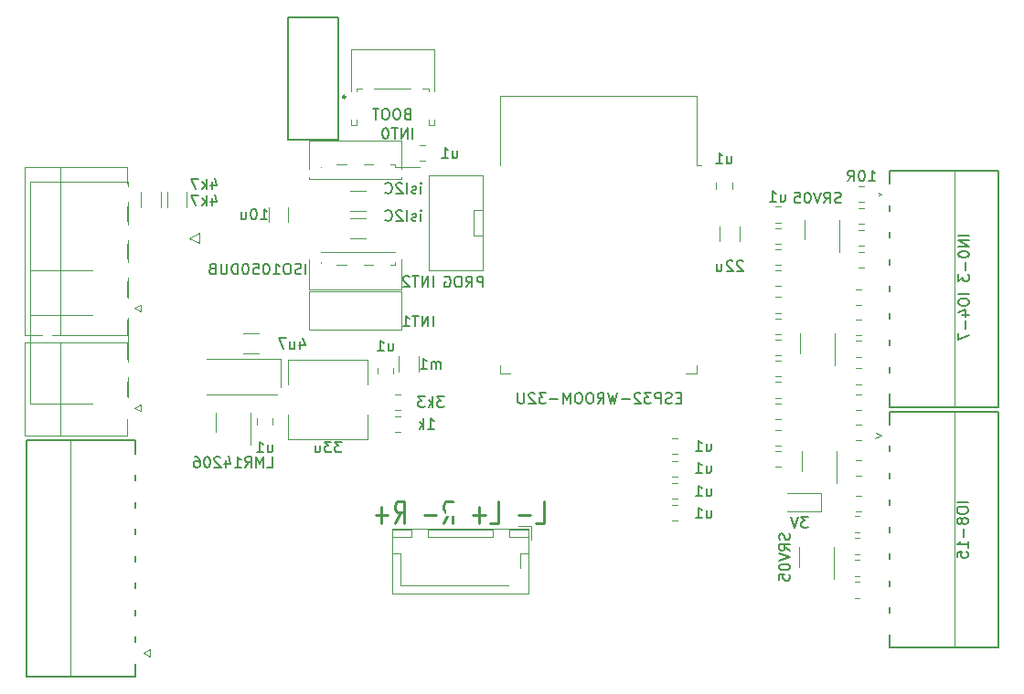
<source format=gbo>
G04 #@! TF.GenerationSoftware,KiCad,Pcbnew,(5.1.8)-1*
G04 #@! TF.CreationDate,2021-05-03T11:31:43+02:00*
G04 #@! TF.ProjectId,sensactHsIO4,73656e73-6163-4744-9873-494f342e6b69,rev?*
G04 #@! TF.SameCoordinates,Original*
G04 #@! TF.FileFunction,Legend,Bot*
G04 #@! TF.FilePolarity,Positive*
%FSLAX46Y46*%
G04 Gerber Fmt 4.6, Leading zero omitted, Abs format (unit mm)*
G04 Created by KiCad (PCBNEW (5.1.8)-1) date 2021-05-03 11:31:43*
%MOMM*%
%LPD*%
G01*
G04 APERTURE LIST*
%ADD10C,0.120000*%
%ADD11C,0.250000*%
%ADD12C,0.150000*%
%ADD13R,2.200000X2.200000*%
%ADD14R,5.000000X5.000000*%
%ADD15O,1.600000X2.000000*%
%ADD16O,3.600000X1.800000*%
%ADD17O,1.000000X1.000000*%
%ADD18R,1.000000X1.000000*%
%ADD19C,0.700000*%
%ADD20C,1.700000*%
%ADD21C,1.200000*%
%ADD22O,1.700000X1.950000*%
%ADD23R,1.230000X1.230000*%
%ADD24C,0.900000*%
%ADD25C,1.524000*%
%ADD26C,2.100000*%
%ADD27C,1.750000*%
%ADD28R,0.650000X1.560000*%
%ADD29R,3.500000X1.800000*%
G04 APERTURE END LIST*
D10*
X141470748Y-105691000D02*
X141993252Y-105691000D01*
X141470748Y-107161000D02*
X141993252Y-107161000D01*
X135763000Y-116826000D02*
X132343000Y-116826000D01*
X132343000Y-116826000D02*
X132343000Y-116536000D01*
X135763000Y-116826000D02*
X139183000Y-116826000D01*
X139183000Y-116826000D02*
X139183000Y-116536000D01*
X135763000Y-107456000D02*
X132343000Y-107456000D01*
X132343000Y-107456000D02*
X132343000Y-107746000D01*
X135763000Y-107456000D02*
X139183000Y-107456000D01*
X139183000Y-107456000D02*
X139183000Y-107746000D01*
X139183000Y-107746000D02*
X141463000Y-107746000D01*
X129269000Y-130686000D02*
X129269000Y-132986000D01*
X129269000Y-132986000D02*
X136669000Y-132986000D01*
X136669000Y-132986000D02*
X136669000Y-130686000D01*
X136669000Y-127886000D02*
X136669000Y-125586000D01*
X136669000Y-125586000D02*
X129269000Y-125586000D01*
X129269000Y-125586000D02*
X129269000Y-127886000D01*
X119909000Y-111471064D02*
X119909000Y-110016936D01*
X118089000Y-111471064D02*
X118089000Y-110016936D01*
X117496000Y-111471064D02*
X117496000Y-110016936D01*
X115676000Y-111471064D02*
X115676000Y-110016936D01*
X167120000Y-107555000D02*
X167500000Y-107555000D01*
X167120000Y-101135000D02*
X167120000Y-107555000D01*
X148880000Y-101135000D02*
X148880000Y-107555000D01*
X167120000Y-101135000D02*
X148880000Y-101135000D01*
X148880000Y-126880000D02*
X149880000Y-126880000D01*
X148880000Y-126100000D02*
X148880000Y-126880000D01*
X167120000Y-126880000D02*
X166120000Y-126880000D01*
X167120000Y-126100000D02*
X167120000Y-126880000D01*
X135035936Y-114321000D02*
X136490064Y-114321000D01*
X135035936Y-112501000D02*
X136490064Y-112501000D01*
X135035936Y-111781000D02*
X136490064Y-111781000D01*
X135035936Y-109961000D02*
X136490064Y-109961000D01*
X139759000Y-119098000D02*
X139759000Y-117348000D01*
X131259000Y-119098000D02*
X139759000Y-119098000D01*
X131259000Y-115598000D02*
X131259000Y-119098000D01*
X139759000Y-115598000D02*
X131259000Y-115598000D01*
X139759000Y-117348000D02*
X139759000Y-115598000D01*
X139759000Y-122781000D02*
X139759000Y-121031000D01*
X131259000Y-122781000D02*
X139759000Y-122781000D01*
X131259000Y-119281000D02*
X131259000Y-122781000D01*
X139759000Y-119281000D02*
X131259000Y-119281000D01*
X139759000Y-121031000D02*
X139759000Y-119281000D01*
X139759000Y-108811000D02*
X139759000Y-107061000D01*
X131259000Y-108811000D02*
X139759000Y-108811000D01*
X131259000Y-105311000D02*
X131259000Y-108811000D01*
X139759000Y-105311000D02*
X131259000Y-105311000D01*
X139759000Y-107061000D02*
X139759000Y-105311000D01*
X129307000Y-111429748D02*
X129307000Y-112852252D01*
X127487000Y-111429748D02*
X127487000Y-112852252D01*
X114340000Y-132608000D02*
X104920000Y-132608000D01*
X104920000Y-132608000D02*
X104920000Y-123988000D01*
X104920000Y-123988000D02*
X114340000Y-123988000D01*
X114340000Y-132608000D02*
X114340000Y-131098000D01*
X114340000Y-123988000D02*
X114340000Y-125498000D01*
X114340000Y-128998000D02*
X114340000Y-127598000D01*
X108230000Y-132608000D02*
X108230000Y-123988000D01*
X115630000Y-129748000D02*
X115030000Y-130048000D01*
X115030000Y-130048000D02*
X115630000Y-130348000D01*
X115630000Y-130348000D02*
X115630000Y-129748000D01*
X115630000Y-121092000D02*
X115630000Y-120492000D01*
X115030000Y-120792000D02*
X115630000Y-121092000D01*
X115630000Y-120492000D02*
X115030000Y-120792000D01*
X108230000Y-123352000D02*
X108230000Y-107732000D01*
X114340000Y-112742000D02*
X114340000Y-111342000D01*
X114340000Y-116242000D02*
X114340000Y-114842000D01*
X114340000Y-119742000D02*
X114340000Y-118342000D01*
X114340000Y-107732000D02*
X114340000Y-109242000D01*
X114340000Y-123352000D02*
X114340000Y-121842000D01*
X104920000Y-107732000D02*
X114340000Y-107732000D01*
X104920000Y-123352000D02*
X104920000Y-107732000D01*
X114340000Y-123352000D02*
X104920000Y-123352000D01*
X146480000Y-114103000D02*
X147280000Y-114103000D01*
X146480000Y-111703000D02*
X146480000Y-114103000D01*
X147280000Y-111703000D02*
X146480000Y-111703000D01*
X142280000Y-117303000D02*
X142280000Y-112903000D01*
X147280000Y-117303000D02*
X142280000Y-117303000D01*
X147280000Y-108503000D02*
X147280000Y-117303000D01*
X142280000Y-108503000D02*
X147280000Y-108503000D01*
X142280000Y-112903000D02*
X142280000Y-108503000D01*
X121095000Y-114800000D02*
X120095000Y-114300000D01*
X121095000Y-113800000D02*
X121095000Y-114800000D01*
X120095000Y-114300000D02*
X121095000Y-113800000D01*
X114475000Y-129670000D02*
X114475000Y-109090000D01*
X105355000Y-129670000D02*
X114475000Y-129670000D01*
X105355000Y-109090000D02*
X105355000Y-129670000D01*
X114475000Y-109090000D02*
X105355000Y-109090000D01*
X114475000Y-121430000D02*
X105355000Y-121430000D01*
X114475000Y-117330000D02*
X105355000Y-117330000D01*
X151531000Y-141304000D02*
X151531000Y-147274000D01*
X151531000Y-147274000D02*
X138911000Y-147274000D01*
X138911000Y-147274000D02*
X138911000Y-141304000D01*
X138911000Y-141304000D02*
X151531000Y-141304000D01*
X148221000Y-141314000D02*
X148221000Y-142064000D01*
X148221000Y-142064000D02*
X142221000Y-142064000D01*
X142221000Y-142064000D02*
X142221000Y-141314000D01*
X142221000Y-141314000D02*
X148221000Y-141314000D01*
X151521000Y-141314000D02*
X151521000Y-142064000D01*
X151521000Y-142064000D02*
X149721000Y-142064000D01*
X149721000Y-142064000D02*
X149721000Y-141314000D01*
X149721000Y-141314000D02*
X151521000Y-141314000D01*
X140721000Y-141314000D02*
X140721000Y-142064000D01*
X140721000Y-142064000D02*
X138921000Y-142064000D01*
X138921000Y-142064000D02*
X138921000Y-141314000D01*
X138921000Y-141314000D02*
X140721000Y-141314000D01*
X151521000Y-143564000D02*
X150771000Y-143564000D01*
X150771000Y-143564000D02*
X150771000Y-144904000D01*
X145221000Y-146514000D02*
X149711000Y-146514000D01*
X138921000Y-143564000D02*
X139671000Y-143564000D01*
X139671000Y-143564000D02*
X139671000Y-146514000D01*
X139671000Y-146514000D02*
X145221000Y-146514000D01*
X150571000Y-141014000D02*
X151821000Y-141014000D01*
X151821000Y-141014000D02*
X151821000Y-142264000D01*
D11*
X134614800Y-101246000D02*
G75*
G03*
X134614800Y-101246000I-125000J0D01*
G01*
D12*
X133960200Y-93829600D02*
X129239800Y-93829600D01*
X133960200Y-105230200D02*
X133960200Y-93829600D01*
X129239800Y-105230200D02*
X133960200Y-105230200D01*
X129239800Y-93829600D02*
X129239800Y-105230200D01*
D10*
X181890936Y-131599000D02*
X182345064Y-131599000D01*
X181890936Y-133069000D02*
X182345064Y-133069000D01*
X181890936Y-128805000D02*
X182345064Y-128805000D01*
X181890936Y-130275000D02*
X182345064Y-130275000D01*
X178664000Y-137961000D02*
X175514000Y-137961000D01*
X178664000Y-139661000D02*
X175514000Y-139661000D01*
X178664000Y-137961000D02*
X178664000Y-139661000D01*
X174363748Y-123725000D02*
X174886252Y-123725000D01*
X174363748Y-125195000D02*
X174886252Y-125195000D01*
X174363748Y-117311500D02*
X174886252Y-117311500D01*
X174363748Y-118781500D02*
X174886252Y-118781500D01*
X174363748Y-119788000D02*
X174886252Y-119788000D01*
X174363748Y-121258000D02*
X174886252Y-121258000D01*
X174363748Y-134075500D02*
X174886252Y-134075500D01*
X174363748Y-135545500D02*
X174886252Y-135545500D01*
X174363748Y-127662000D02*
X174886252Y-127662000D01*
X174363748Y-129132000D02*
X174886252Y-129132000D01*
X182144936Y-115597000D02*
X182599064Y-115597000D01*
X182144936Y-117067000D02*
X182599064Y-117067000D01*
X182144936Y-113565000D02*
X182599064Y-113565000D01*
X182144936Y-115035000D02*
X182599064Y-115035000D01*
X182144936Y-111533000D02*
X182599064Y-111533000D01*
X182144936Y-113003000D02*
X182599064Y-113003000D01*
X182144936Y-109501000D02*
X182599064Y-109501000D01*
X182144936Y-110971000D02*
X182599064Y-110971000D01*
X190982000Y-130388000D02*
X190982000Y-152288000D01*
X183582000Y-132888000D02*
X184182000Y-132588000D01*
X184182000Y-132588000D02*
X183582000Y-132288000D01*
X183582000Y-132288000D02*
X183582000Y-132888000D01*
D12*
X184982000Y-130388000D02*
X195082000Y-130388000D01*
X195082000Y-130388000D02*
X195082000Y-152288000D01*
X195082000Y-152288000D02*
X184982000Y-152288000D01*
X184982000Y-152288000D02*
X184982000Y-151088000D01*
X184982000Y-130388000D02*
X184982000Y-131588000D01*
X184982000Y-133588000D02*
X184982000Y-134088000D01*
X184982000Y-136088000D02*
X184982000Y-136588000D01*
X184982000Y-138588000D02*
X184982000Y-139088000D01*
X184982000Y-141088000D02*
X184982000Y-141588000D01*
X184982000Y-143588000D02*
X184982000Y-144088000D01*
X184982000Y-146088000D02*
X184982000Y-146588000D01*
X184982000Y-148588000D02*
X184982000Y-149088000D01*
D10*
X190982000Y-108062000D02*
X190982000Y-129962000D01*
X183582000Y-110562000D02*
X184182000Y-110262000D01*
X184182000Y-110262000D02*
X183582000Y-109962000D01*
X183582000Y-109962000D02*
X183582000Y-110562000D01*
D12*
X184982000Y-108062000D02*
X195082000Y-108062000D01*
X195082000Y-108062000D02*
X195082000Y-129962000D01*
X195082000Y-129962000D02*
X184982000Y-129962000D01*
X184982000Y-129962000D02*
X184982000Y-128762000D01*
X184982000Y-108062000D02*
X184982000Y-109262000D01*
X184982000Y-111262000D02*
X184982000Y-111762000D01*
X184982000Y-113762000D02*
X184982000Y-114262000D01*
X184982000Y-116262000D02*
X184982000Y-116762000D01*
X184982000Y-118762000D02*
X184982000Y-119262000D01*
X184982000Y-121262000D02*
X184982000Y-121762000D01*
X184982000Y-123762000D02*
X184982000Y-124262000D01*
X184982000Y-126262000D02*
X184982000Y-126762000D01*
D10*
X109119000Y-154981000D02*
X109119000Y-133081000D01*
X116519000Y-152481000D02*
X115919000Y-152781000D01*
X115919000Y-152781000D02*
X116519000Y-153081000D01*
X116519000Y-153081000D02*
X116519000Y-152481000D01*
D12*
X115119000Y-154981000D02*
X105019000Y-154981000D01*
X105019000Y-154981000D02*
X105019000Y-133081000D01*
X105019000Y-133081000D02*
X115119000Y-133081000D01*
X115119000Y-133081000D02*
X115119000Y-134281000D01*
X115119000Y-154981000D02*
X115119000Y-153781000D01*
X115119000Y-151781000D02*
X115119000Y-151281000D01*
X115119000Y-149281000D02*
X115119000Y-148781000D01*
X115119000Y-146781000D02*
X115119000Y-146281000D01*
X115119000Y-144281000D02*
X115119000Y-143781000D01*
X115119000Y-141781000D02*
X115119000Y-141281000D01*
X115119000Y-139281000D02*
X115119000Y-138781000D01*
X115119000Y-136781000D02*
X115119000Y-136281000D01*
D10*
X140650000Y-100470000D02*
X137250000Y-100470000D01*
X142290000Y-100470000D02*
X141750000Y-100470000D01*
X135090000Y-103300000D02*
X135090000Y-103810000D01*
X135610000Y-103810000D02*
X135090000Y-103810000D01*
X135610000Y-103300000D02*
X135610000Y-103810000D01*
X136150000Y-100470000D02*
X135610000Y-100470000D01*
X142810000Y-103300000D02*
X142810000Y-103810000D01*
X142290000Y-103300000D02*
X142290000Y-103810000D01*
X135610000Y-100470000D02*
X135610000Y-100700000D01*
X142810000Y-96800000D02*
X142810000Y-100700000D01*
X142810000Y-103810000D02*
X142290000Y-103810000D01*
X135090000Y-96800000D02*
X135090000Y-100700000D01*
X142810000Y-96800000D02*
X135090000Y-96800000D01*
X142290000Y-100470000D02*
X142290000Y-100700000D01*
X179918000Y-123179000D02*
X179918000Y-126129000D01*
X176698000Y-124979000D02*
X176698000Y-123179000D01*
X179791000Y-142991000D02*
X179791000Y-145941000D01*
X176571000Y-144791000D02*
X176571000Y-142991000D01*
X180045000Y-134101000D02*
X180045000Y-137051000D01*
X176825000Y-135901000D02*
X176825000Y-134101000D01*
X180299000Y-112638000D02*
X180299000Y-115588000D01*
X177079000Y-114438000D02*
X177079000Y-112638000D01*
X125816000Y-130498000D02*
X125816000Y-133448000D01*
X122596000Y-132298000D02*
X122596000Y-130498000D01*
X181890936Y-126392000D02*
X182345064Y-126392000D01*
X181890936Y-127862000D02*
X182345064Y-127862000D01*
X181890936Y-123852000D02*
X182345064Y-123852000D01*
X181890936Y-125322000D02*
X182345064Y-125322000D01*
X181890936Y-121883500D02*
X182345064Y-121883500D01*
X181890936Y-123353500D02*
X182345064Y-123353500D01*
X181890936Y-119089500D02*
X182345064Y-119089500D01*
X181890936Y-120559500D02*
X182345064Y-120559500D01*
X181763936Y-146204000D02*
X182218064Y-146204000D01*
X181763936Y-147674000D02*
X182218064Y-147674000D01*
X181763936Y-144172000D02*
X182218064Y-144172000D01*
X181763936Y-145642000D02*
X182218064Y-145642000D01*
X181763936Y-142140000D02*
X182218064Y-142140000D01*
X181763936Y-143610000D02*
X182218064Y-143610000D01*
X181763936Y-140108000D02*
X182218064Y-140108000D01*
X181763936Y-141578000D02*
X182218064Y-141578000D01*
X181890936Y-138203000D02*
X182345064Y-138203000D01*
X181890936Y-139673000D02*
X182345064Y-139673000D01*
X181890936Y-134901000D02*
X182345064Y-134901000D01*
X181890936Y-136371000D02*
X182345064Y-136371000D01*
X139202936Y-130837000D02*
X139657064Y-130837000D01*
X139202936Y-132307000D02*
X139657064Y-132307000D01*
X139218936Y-128805000D02*
X139673064Y-128805000D01*
X139218936Y-130275000D02*
X139673064Y-130275000D01*
X128606000Y-125477000D02*
X121706000Y-125477000D01*
X128606000Y-128777000D02*
X121706000Y-128777000D01*
X128606000Y-125477000D02*
X128606000Y-128777000D01*
X174363748Y-125693500D02*
X174886252Y-125693500D01*
X174363748Y-127163500D02*
X174886252Y-127163500D01*
X174363748Y-121756500D02*
X174886252Y-121756500D01*
X174363748Y-123226500D02*
X174886252Y-123226500D01*
X164838748Y-139028500D02*
X165361252Y-139028500D01*
X164838748Y-140498500D02*
X165361252Y-140498500D01*
X164838748Y-136996500D02*
X165361252Y-136996500D01*
X164838748Y-138466500D02*
X165361252Y-138466500D01*
X164838748Y-134964500D02*
X165361252Y-134964500D01*
X164838748Y-136434500D02*
X165361252Y-136434500D01*
X164838748Y-132869000D02*
X165361252Y-132869000D01*
X164838748Y-134339000D02*
X165361252Y-134339000D01*
X174363748Y-132107000D02*
X174886252Y-132107000D01*
X174363748Y-133577000D02*
X174886252Y-133577000D01*
X174363748Y-129630500D02*
X174886252Y-129630500D01*
X174363748Y-131100500D02*
X174886252Y-131100500D01*
X174363748Y-115343000D02*
X174886252Y-115343000D01*
X174363748Y-116813000D02*
X174886252Y-116813000D01*
X174363748Y-113374500D02*
X174886252Y-113374500D01*
X174363748Y-114844500D02*
X174886252Y-114844500D01*
X174363748Y-111406000D02*
X174886252Y-111406000D01*
X174363748Y-112876000D02*
X174886252Y-112876000D01*
X137568000Y-126880252D02*
X137568000Y-126357748D01*
X139038000Y-126880252D02*
X139038000Y-126357748D01*
X139552000Y-126695252D02*
X139552000Y-125272748D01*
X141372000Y-126695252D02*
X141372000Y-125272748D01*
X127862000Y-131056748D02*
X127862000Y-131579252D01*
X126392000Y-131056748D02*
X126392000Y-131579252D01*
X125145748Y-123169000D02*
X126568252Y-123169000D01*
X125145748Y-124989000D02*
X126568252Y-124989000D01*
X171090000Y-113207748D02*
X171090000Y-114630252D01*
X169270000Y-113207748D02*
X169270000Y-114630252D01*
X168937000Y-109735252D02*
X168937000Y-109212748D01*
X170407000Y-109735252D02*
X170407000Y-109212748D01*
D12*
X144533904Y-106211714D02*
X144533904Y-106878380D01*
X144962476Y-106211714D02*
X144962476Y-106735523D01*
X144914857Y-106830761D01*
X144819619Y-106878380D01*
X144676761Y-106878380D01*
X144581523Y-106830761D01*
X144533904Y-106783142D01*
X143533904Y-106878380D02*
X144105333Y-106878380D01*
X143819619Y-106878380D02*
X143819619Y-105878380D01*
X143914857Y-106021238D01*
X144010095Y-106116476D01*
X144105333Y-106164095D01*
X130920571Y-117673380D02*
X130920571Y-116673380D01*
X130492000Y-117625761D02*
X130349142Y-117673380D01*
X130111047Y-117673380D01*
X130015809Y-117625761D01*
X129968190Y-117578142D01*
X129920571Y-117482904D01*
X129920571Y-117387666D01*
X129968190Y-117292428D01*
X130015809Y-117244809D01*
X130111047Y-117197190D01*
X130301523Y-117149571D01*
X130396761Y-117101952D01*
X130444380Y-117054333D01*
X130492000Y-116959095D01*
X130492000Y-116863857D01*
X130444380Y-116768619D01*
X130396761Y-116721000D01*
X130301523Y-116673380D01*
X130063428Y-116673380D01*
X129920571Y-116721000D01*
X129301523Y-116673380D02*
X129111047Y-116673380D01*
X129015809Y-116721000D01*
X128920571Y-116816238D01*
X128872952Y-117006714D01*
X128872952Y-117340047D01*
X128920571Y-117530523D01*
X129015809Y-117625761D01*
X129111047Y-117673380D01*
X129301523Y-117673380D01*
X129396761Y-117625761D01*
X129492000Y-117530523D01*
X129539619Y-117340047D01*
X129539619Y-117006714D01*
X129492000Y-116816238D01*
X129396761Y-116721000D01*
X129301523Y-116673380D01*
X127920571Y-117673380D02*
X128492000Y-117673380D01*
X128206285Y-117673380D02*
X128206285Y-116673380D01*
X128301523Y-116816238D01*
X128396761Y-116911476D01*
X128492000Y-116959095D01*
X127301523Y-116673380D02*
X127206285Y-116673380D01*
X127111047Y-116721000D01*
X127063428Y-116768619D01*
X127015809Y-116863857D01*
X126968190Y-117054333D01*
X126968190Y-117292428D01*
X127015809Y-117482904D01*
X127063428Y-117578142D01*
X127111047Y-117625761D01*
X127206285Y-117673380D01*
X127301523Y-117673380D01*
X127396761Y-117625761D01*
X127444380Y-117578142D01*
X127492000Y-117482904D01*
X127539619Y-117292428D01*
X127539619Y-117054333D01*
X127492000Y-116863857D01*
X127444380Y-116768619D01*
X127396761Y-116721000D01*
X127301523Y-116673380D01*
X126063428Y-116673380D02*
X126539619Y-116673380D01*
X126587238Y-117149571D01*
X126539619Y-117101952D01*
X126444380Y-117054333D01*
X126206285Y-117054333D01*
X126111047Y-117101952D01*
X126063428Y-117149571D01*
X126015809Y-117244809D01*
X126015809Y-117482904D01*
X126063428Y-117578142D01*
X126111047Y-117625761D01*
X126206285Y-117673380D01*
X126444380Y-117673380D01*
X126539619Y-117625761D01*
X126587238Y-117578142D01*
X125396761Y-116673380D02*
X125301523Y-116673380D01*
X125206285Y-116721000D01*
X125158666Y-116768619D01*
X125111047Y-116863857D01*
X125063428Y-117054333D01*
X125063428Y-117292428D01*
X125111047Y-117482904D01*
X125158666Y-117578142D01*
X125206285Y-117625761D01*
X125301523Y-117673380D01*
X125396761Y-117673380D01*
X125492000Y-117625761D01*
X125539619Y-117578142D01*
X125587238Y-117482904D01*
X125634857Y-117292428D01*
X125634857Y-117054333D01*
X125587238Y-116863857D01*
X125539619Y-116768619D01*
X125492000Y-116721000D01*
X125396761Y-116673380D01*
X124634857Y-117673380D02*
X124634857Y-116673380D01*
X124396761Y-116673380D01*
X124253904Y-116721000D01*
X124158666Y-116816238D01*
X124111047Y-116911476D01*
X124063428Y-117101952D01*
X124063428Y-117244809D01*
X124111047Y-117435285D01*
X124158666Y-117530523D01*
X124253904Y-117625761D01*
X124396761Y-117673380D01*
X124634857Y-117673380D01*
X123634857Y-116673380D02*
X123634857Y-117482904D01*
X123587238Y-117578142D01*
X123539619Y-117625761D01*
X123444380Y-117673380D01*
X123253904Y-117673380D01*
X123158666Y-117625761D01*
X123111047Y-117578142D01*
X123063428Y-117482904D01*
X123063428Y-116673380D01*
X122253904Y-117149571D02*
X122111047Y-117197190D01*
X122063428Y-117244809D01*
X122015809Y-117340047D01*
X122015809Y-117482904D01*
X122063428Y-117578142D01*
X122111047Y-117625761D01*
X122206285Y-117673380D01*
X122587238Y-117673380D01*
X122587238Y-116673380D01*
X122253904Y-116673380D01*
X122158666Y-116721000D01*
X122111047Y-116768619D01*
X122063428Y-116863857D01*
X122063428Y-116959095D01*
X122111047Y-117054333D01*
X122158666Y-117101952D01*
X122253904Y-117149571D01*
X122587238Y-117149571D01*
X134230904Y-133188380D02*
X133611857Y-133188380D01*
X133945190Y-133569333D01*
X133802333Y-133569333D01*
X133707095Y-133616952D01*
X133659476Y-133664571D01*
X133611857Y-133759809D01*
X133611857Y-133997904D01*
X133659476Y-134093142D01*
X133707095Y-134140761D01*
X133802333Y-134188380D01*
X134088047Y-134188380D01*
X134183285Y-134140761D01*
X134230904Y-134093142D01*
X133278523Y-133188380D02*
X132659476Y-133188380D01*
X132992809Y-133569333D01*
X132849952Y-133569333D01*
X132754714Y-133616952D01*
X132707095Y-133664571D01*
X132659476Y-133759809D01*
X132659476Y-133997904D01*
X132707095Y-134093142D01*
X132754714Y-134140761D01*
X132849952Y-134188380D01*
X133135666Y-134188380D01*
X133230904Y-134140761D01*
X133278523Y-134093142D01*
X131802333Y-133521714D02*
X131802333Y-134188380D01*
X132230904Y-133521714D02*
X132230904Y-134045523D01*
X132183285Y-134140761D01*
X132088047Y-134188380D01*
X131945190Y-134188380D01*
X131849952Y-134140761D01*
X131802333Y-134093142D01*
X122229476Y-109132714D02*
X122229476Y-109799380D01*
X122467571Y-108751761D02*
X122705666Y-109466047D01*
X122086619Y-109466047D01*
X121705666Y-109799380D02*
X121705666Y-108799380D01*
X121610428Y-109418428D02*
X121324714Y-109799380D01*
X121324714Y-109132714D02*
X121705666Y-109513666D01*
X120991380Y-108799380D02*
X120324714Y-108799380D01*
X120753285Y-109799380D01*
X122229476Y-110656714D02*
X122229476Y-111323380D01*
X122467571Y-110275761D02*
X122705666Y-110990047D01*
X122086619Y-110990047D01*
X121705666Y-111323380D02*
X121705666Y-110323380D01*
X121610428Y-110942428D02*
X121324714Y-111323380D01*
X121324714Y-110656714D02*
X121705666Y-111037666D01*
X120991380Y-110323380D02*
X120324714Y-110323380D01*
X120753285Y-111323380D01*
X165658619Y-129127571D02*
X165325285Y-129127571D01*
X165182428Y-129651380D02*
X165658619Y-129651380D01*
X165658619Y-128651380D01*
X165182428Y-128651380D01*
X164801476Y-129603761D02*
X164658619Y-129651380D01*
X164420523Y-129651380D01*
X164325285Y-129603761D01*
X164277666Y-129556142D01*
X164230047Y-129460904D01*
X164230047Y-129365666D01*
X164277666Y-129270428D01*
X164325285Y-129222809D01*
X164420523Y-129175190D01*
X164611000Y-129127571D01*
X164706238Y-129079952D01*
X164753857Y-129032333D01*
X164801476Y-128937095D01*
X164801476Y-128841857D01*
X164753857Y-128746619D01*
X164706238Y-128699000D01*
X164611000Y-128651380D01*
X164372904Y-128651380D01*
X164230047Y-128699000D01*
X163801476Y-129651380D02*
X163801476Y-128651380D01*
X163420523Y-128651380D01*
X163325285Y-128699000D01*
X163277666Y-128746619D01*
X163230047Y-128841857D01*
X163230047Y-128984714D01*
X163277666Y-129079952D01*
X163325285Y-129127571D01*
X163420523Y-129175190D01*
X163801476Y-129175190D01*
X162896714Y-128651380D02*
X162277666Y-128651380D01*
X162611000Y-129032333D01*
X162468142Y-129032333D01*
X162372904Y-129079952D01*
X162325285Y-129127571D01*
X162277666Y-129222809D01*
X162277666Y-129460904D01*
X162325285Y-129556142D01*
X162372904Y-129603761D01*
X162468142Y-129651380D01*
X162753857Y-129651380D01*
X162849095Y-129603761D01*
X162896714Y-129556142D01*
X161896714Y-128746619D02*
X161849095Y-128699000D01*
X161753857Y-128651380D01*
X161515761Y-128651380D01*
X161420523Y-128699000D01*
X161372904Y-128746619D01*
X161325285Y-128841857D01*
X161325285Y-128937095D01*
X161372904Y-129079952D01*
X161944333Y-129651380D01*
X161325285Y-129651380D01*
X160896714Y-129270428D02*
X160134809Y-129270428D01*
X159753857Y-128651380D02*
X159515761Y-129651380D01*
X159325285Y-128937095D01*
X159134809Y-129651380D01*
X158896714Y-128651380D01*
X157944333Y-129651380D02*
X158277666Y-129175190D01*
X158515761Y-129651380D02*
X158515761Y-128651380D01*
X158134809Y-128651380D01*
X158039571Y-128699000D01*
X157991952Y-128746619D01*
X157944333Y-128841857D01*
X157944333Y-128984714D01*
X157991952Y-129079952D01*
X158039571Y-129127571D01*
X158134809Y-129175190D01*
X158515761Y-129175190D01*
X157325285Y-128651380D02*
X157134809Y-128651380D01*
X157039571Y-128699000D01*
X156944333Y-128794238D01*
X156896714Y-128984714D01*
X156896714Y-129318047D01*
X156944333Y-129508523D01*
X157039571Y-129603761D01*
X157134809Y-129651380D01*
X157325285Y-129651380D01*
X157420523Y-129603761D01*
X157515761Y-129508523D01*
X157563380Y-129318047D01*
X157563380Y-128984714D01*
X157515761Y-128794238D01*
X157420523Y-128699000D01*
X157325285Y-128651380D01*
X156277666Y-128651380D02*
X156087190Y-128651380D01*
X155991952Y-128699000D01*
X155896714Y-128794238D01*
X155849095Y-128984714D01*
X155849095Y-129318047D01*
X155896714Y-129508523D01*
X155991952Y-129603761D01*
X156087190Y-129651380D01*
X156277666Y-129651380D01*
X156372904Y-129603761D01*
X156468142Y-129508523D01*
X156515761Y-129318047D01*
X156515761Y-128984714D01*
X156468142Y-128794238D01*
X156372904Y-128699000D01*
X156277666Y-128651380D01*
X155420523Y-129651380D02*
X155420523Y-128651380D01*
X155087190Y-129365666D01*
X154753857Y-128651380D01*
X154753857Y-129651380D01*
X154277666Y-129270428D02*
X153515761Y-129270428D01*
X153134809Y-128651380D02*
X152515761Y-128651380D01*
X152849095Y-129032333D01*
X152706238Y-129032333D01*
X152611000Y-129079952D01*
X152563380Y-129127571D01*
X152515761Y-129222809D01*
X152515761Y-129460904D01*
X152563380Y-129556142D01*
X152611000Y-129603761D01*
X152706238Y-129651380D01*
X152991952Y-129651380D01*
X153087190Y-129603761D01*
X153134809Y-129556142D01*
X152134809Y-128746619D02*
X152087190Y-128699000D01*
X151991952Y-128651380D01*
X151753857Y-128651380D01*
X151658619Y-128699000D01*
X151611000Y-128746619D01*
X151563380Y-128841857D01*
X151563380Y-128937095D01*
X151611000Y-129079952D01*
X152182428Y-129651380D01*
X151563380Y-129651380D01*
X151134809Y-128651380D02*
X151134809Y-129460904D01*
X151087190Y-129556142D01*
X151039571Y-129603761D01*
X150944333Y-129651380D01*
X150753857Y-129651380D01*
X150658619Y-129603761D01*
X150611000Y-129556142D01*
X150563380Y-129460904D01*
X150563380Y-128651380D01*
X141573047Y-112720380D02*
X141573047Y-112053714D01*
X141573047Y-111720380D02*
X141620666Y-111768000D01*
X141573047Y-111815619D01*
X141525428Y-111768000D01*
X141573047Y-111720380D01*
X141573047Y-111815619D01*
X141144476Y-112672761D02*
X141049238Y-112720380D01*
X140858761Y-112720380D01*
X140763523Y-112672761D01*
X140715904Y-112577523D01*
X140715904Y-112529904D01*
X140763523Y-112434666D01*
X140858761Y-112387047D01*
X141001619Y-112387047D01*
X141096857Y-112339428D01*
X141144476Y-112244190D01*
X141144476Y-112196571D01*
X141096857Y-112101333D01*
X141001619Y-112053714D01*
X140858761Y-112053714D01*
X140763523Y-112101333D01*
X140287333Y-112720380D02*
X140287333Y-111720380D01*
X139858761Y-111815619D02*
X139811142Y-111768000D01*
X139715904Y-111720380D01*
X139477809Y-111720380D01*
X139382571Y-111768000D01*
X139334952Y-111815619D01*
X139287333Y-111910857D01*
X139287333Y-112006095D01*
X139334952Y-112148952D01*
X139906380Y-112720380D01*
X139287333Y-112720380D01*
X138287333Y-112625142D02*
X138334952Y-112672761D01*
X138477809Y-112720380D01*
X138573047Y-112720380D01*
X138715904Y-112672761D01*
X138811142Y-112577523D01*
X138858761Y-112482285D01*
X138906380Y-112291809D01*
X138906380Y-112148952D01*
X138858761Y-111958476D01*
X138811142Y-111863238D01*
X138715904Y-111768000D01*
X138573047Y-111720380D01*
X138477809Y-111720380D01*
X138334952Y-111768000D01*
X138287333Y-111815619D01*
X141573047Y-110180380D02*
X141573047Y-109513714D01*
X141573047Y-109180380D02*
X141620666Y-109228000D01*
X141573047Y-109275619D01*
X141525428Y-109228000D01*
X141573047Y-109180380D01*
X141573047Y-109275619D01*
X141144476Y-110132761D02*
X141049238Y-110180380D01*
X140858761Y-110180380D01*
X140763523Y-110132761D01*
X140715904Y-110037523D01*
X140715904Y-109989904D01*
X140763523Y-109894666D01*
X140858761Y-109847047D01*
X141001619Y-109847047D01*
X141096857Y-109799428D01*
X141144476Y-109704190D01*
X141144476Y-109656571D01*
X141096857Y-109561333D01*
X141001619Y-109513714D01*
X140858761Y-109513714D01*
X140763523Y-109561333D01*
X140287333Y-110180380D02*
X140287333Y-109180380D01*
X139858761Y-109275619D02*
X139811142Y-109228000D01*
X139715904Y-109180380D01*
X139477809Y-109180380D01*
X139382571Y-109228000D01*
X139334952Y-109275619D01*
X139287333Y-109370857D01*
X139287333Y-109466095D01*
X139334952Y-109608952D01*
X139906380Y-110180380D01*
X139287333Y-110180380D01*
X138287333Y-110085142D02*
X138334952Y-110132761D01*
X138477809Y-110180380D01*
X138573047Y-110180380D01*
X138715904Y-110132761D01*
X138811142Y-110037523D01*
X138858761Y-109942285D01*
X138906380Y-109751809D01*
X138906380Y-109608952D01*
X138858761Y-109418476D01*
X138811142Y-109323238D01*
X138715904Y-109228000D01*
X138573047Y-109180380D01*
X138477809Y-109180380D01*
X138334952Y-109228000D01*
X138287333Y-109275619D01*
X142731952Y-118816380D02*
X142731952Y-117816380D01*
X142255761Y-118816380D02*
X142255761Y-117816380D01*
X141684333Y-118816380D01*
X141684333Y-117816380D01*
X141351000Y-117816380D02*
X140779571Y-117816380D01*
X141065285Y-118816380D02*
X141065285Y-117816380D01*
X140493857Y-117911619D02*
X140446238Y-117864000D01*
X140351000Y-117816380D01*
X140112904Y-117816380D01*
X140017666Y-117864000D01*
X139970047Y-117911619D01*
X139922428Y-118006857D01*
X139922428Y-118102095D01*
X139970047Y-118244952D01*
X140541476Y-118816380D01*
X139922428Y-118816380D01*
X142731952Y-122499380D02*
X142731952Y-121499380D01*
X142255761Y-122499380D02*
X142255761Y-121499380D01*
X141684333Y-122499380D01*
X141684333Y-121499380D01*
X141351000Y-121499380D02*
X140779571Y-121499380D01*
X141065285Y-122499380D02*
X141065285Y-121499380D01*
X139922428Y-122499380D02*
X140493857Y-122499380D01*
X140208142Y-122499380D02*
X140208142Y-121499380D01*
X140303380Y-121642238D01*
X140398619Y-121737476D01*
X140493857Y-121785095D01*
X140826952Y-105100380D02*
X140826952Y-104100380D01*
X140350761Y-105100380D02*
X140350761Y-104100380D01*
X139779333Y-105100380D01*
X139779333Y-104100380D01*
X139446000Y-104100380D02*
X138874571Y-104100380D01*
X139160285Y-105100380D02*
X139160285Y-104100380D01*
X138350761Y-104100380D02*
X138255523Y-104100380D01*
X138160285Y-104148000D01*
X138112666Y-104195619D01*
X138065047Y-104290857D01*
X138017428Y-104481333D01*
X138017428Y-104719428D01*
X138065047Y-104909904D01*
X138112666Y-105005142D01*
X138160285Y-105052761D01*
X138255523Y-105100380D01*
X138350761Y-105100380D01*
X138446000Y-105052761D01*
X138493619Y-105005142D01*
X138541238Y-104909904D01*
X138588857Y-104719428D01*
X138588857Y-104481333D01*
X138541238Y-104290857D01*
X138493619Y-104195619D01*
X138446000Y-104148000D01*
X138350761Y-104100380D01*
X126753857Y-112593380D02*
X127325285Y-112593380D01*
X127039571Y-112593380D02*
X127039571Y-111593380D01*
X127134809Y-111736238D01*
X127230047Y-111831476D01*
X127325285Y-111879095D01*
X126134809Y-111593380D02*
X126039571Y-111593380D01*
X125944333Y-111641000D01*
X125896714Y-111688619D01*
X125849095Y-111783857D01*
X125801476Y-111974333D01*
X125801476Y-112212428D01*
X125849095Y-112402904D01*
X125896714Y-112498142D01*
X125944333Y-112545761D01*
X126039571Y-112593380D01*
X126134809Y-112593380D01*
X126230047Y-112545761D01*
X126277666Y-112498142D01*
X126325285Y-112402904D01*
X126372904Y-112212428D01*
X126372904Y-111974333D01*
X126325285Y-111783857D01*
X126277666Y-111688619D01*
X126230047Y-111641000D01*
X126134809Y-111593380D01*
X124944333Y-111926714D02*
X124944333Y-112593380D01*
X125372904Y-111926714D02*
X125372904Y-112450523D01*
X125325285Y-112545761D01*
X125230047Y-112593380D01*
X125087190Y-112593380D01*
X124991952Y-112545761D01*
X124944333Y-112498142D01*
X147327714Y-118855380D02*
X147327714Y-117855380D01*
X146946761Y-117855380D01*
X146851523Y-117903000D01*
X146803904Y-117950619D01*
X146756285Y-118045857D01*
X146756285Y-118188714D01*
X146803904Y-118283952D01*
X146851523Y-118331571D01*
X146946761Y-118379190D01*
X147327714Y-118379190D01*
X145756285Y-118855380D02*
X146089619Y-118379190D01*
X146327714Y-118855380D02*
X146327714Y-117855380D01*
X145946761Y-117855380D01*
X145851523Y-117903000D01*
X145803904Y-117950619D01*
X145756285Y-118045857D01*
X145756285Y-118188714D01*
X145803904Y-118283952D01*
X145851523Y-118331571D01*
X145946761Y-118379190D01*
X146327714Y-118379190D01*
X145137238Y-117855380D02*
X144946761Y-117855380D01*
X144851523Y-117903000D01*
X144756285Y-117998238D01*
X144708666Y-118188714D01*
X144708666Y-118522047D01*
X144756285Y-118712523D01*
X144851523Y-118807761D01*
X144946761Y-118855380D01*
X145137238Y-118855380D01*
X145232476Y-118807761D01*
X145327714Y-118712523D01*
X145375333Y-118522047D01*
X145375333Y-118188714D01*
X145327714Y-117998238D01*
X145232476Y-117903000D01*
X145137238Y-117855380D01*
X143756285Y-117903000D02*
X143851523Y-117855380D01*
X143994380Y-117855380D01*
X144137238Y-117903000D01*
X144232476Y-117998238D01*
X144280095Y-118093476D01*
X144327714Y-118283952D01*
X144327714Y-118426809D01*
X144280095Y-118617285D01*
X144232476Y-118712523D01*
X144137238Y-118807761D01*
X143994380Y-118855380D01*
X143899142Y-118855380D01*
X143756285Y-118807761D01*
X143708666Y-118760142D01*
X143708666Y-118426809D01*
X143899142Y-118426809D01*
D11*
X152232428Y-140731761D02*
X152946714Y-140731761D01*
X152946714Y-138731761D01*
X151732428Y-139969857D02*
X150589571Y-139969857D01*
X148018142Y-140731761D02*
X148732428Y-140731761D01*
X148732428Y-138731761D01*
X147518142Y-139969857D02*
X146375285Y-139969857D01*
X146946714Y-140731761D02*
X146946714Y-139207952D01*
X143661000Y-140731761D02*
X144161000Y-139779380D01*
X144518142Y-140731761D02*
X144518142Y-138731761D01*
X143946714Y-138731761D01*
X143803857Y-138827000D01*
X143732428Y-138922238D01*
X143661000Y-139112714D01*
X143661000Y-139398428D01*
X143732428Y-139588904D01*
X143803857Y-139684142D01*
X143946714Y-139779380D01*
X144518142Y-139779380D01*
X143018142Y-139969857D02*
X141875285Y-139969857D01*
X139161000Y-140731761D02*
X139661000Y-139779380D01*
X140018142Y-140731761D02*
X140018142Y-138731761D01*
X139446714Y-138731761D01*
X139303857Y-138827000D01*
X139232428Y-138922238D01*
X139161000Y-139112714D01*
X139161000Y-139398428D01*
X139232428Y-139588904D01*
X139303857Y-139684142D01*
X139446714Y-139779380D01*
X140018142Y-139779380D01*
X138518142Y-139969857D02*
X137375285Y-139969857D01*
X137946714Y-140731761D02*
X137946714Y-139207952D01*
D12*
X177425904Y-140163380D02*
X176806857Y-140163380D01*
X177140190Y-140544333D01*
X176997333Y-140544333D01*
X176902095Y-140591952D01*
X176854476Y-140639571D01*
X176806857Y-140734809D01*
X176806857Y-140972904D01*
X176854476Y-141068142D01*
X176902095Y-141115761D01*
X176997333Y-141163380D01*
X177283047Y-141163380D01*
X177378285Y-141115761D01*
X177425904Y-141068142D01*
X176521142Y-140163380D02*
X176187809Y-141163380D01*
X175854476Y-140163380D01*
X183062476Y-109038380D02*
X183633904Y-109038380D01*
X183348190Y-109038380D02*
X183348190Y-108038380D01*
X183443428Y-108181238D01*
X183538666Y-108276476D01*
X183633904Y-108324095D01*
X182443428Y-108038380D02*
X182348190Y-108038380D01*
X182252952Y-108086000D01*
X182205333Y-108133619D01*
X182157714Y-108228857D01*
X182110095Y-108419333D01*
X182110095Y-108657428D01*
X182157714Y-108847904D01*
X182205333Y-108943142D01*
X182252952Y-108990761D01*
X182348190Y-109038380D01*
X182443428Y-109038380D01*
X182538666Y-108990761D01*
X182586285Y-108943142D01*
X182633904Y-108847904D01*
X182681523Y-108657428D01*
X182681523Y-108419333D01*
X182633904Y-108228857D01*
X182586285Y-108133619D01*
X182538666Y-108086000D01*
X182443428Y-108038380D01*
X181110095Y-109038380D02*
X181443428Y-108562190D01*
X181681523Y-109038380D02*
X181681523Y-108038380D01*
X181300571Y-108038380D01*
X181205333Y-108086000D01*
X181157714Y-108133619D01*
X181110095Y-108228857D01*
X181110095Y-108371714D01*
X181157714Y-108466952D01*
X181205333Y-108514571D01*
X181300571Y-108562190D01*
X181681523Y-108562190D01*
X192222380Y-138779571D02*
X191222380Y-138779571D01*
X191222380Y-139446238D02*
X191222380Y-139636714D01*
X191270000Y-139731952D01*
X191365238Y-139827190D01*
X191555714Y-139874809D01*
X191889047Y-139874809D01*
X192079523Y-139827190D01*
X192174761Y-139731952D01*
X192222380Y-139636714D01*
X192222380Y-139446238D01*
X192174761Y-139351000D01*
X192079523Y-139255761D01*
X191889047Y-139208142D01*
X191555714Y-139208142D01*
X191365238Y-139255761D01*
X191270000Y-139351000D01*
X191222380Y-139446238D01*
X191650952Y-140446238D02*
X191603333Y-140351000D01*
X191555714Y-140303380D01*
X191460476Y-140255761D01*
X191412857Y-140255761D01*
X191317619Y-140303380D01*
X191270000Y-140351000D01*
X191222380Y-140446238D01*
X191222380Y-140636714D01*
X191270000Y-140731952D01*
X191317619Y-140779571D01*
X191412857Y-140827190D01*
X191460476Y-140827190D01*
X191555714Y-140779571D01*
X191603333Y-140731952D01*
X191650952Y-140636714D01*
X191650952Y-140446238D01*
X191698571Y-140351000D01*
X191746190Y-140303380D01*
X191841428Y-140255761D01*
X192031904Y-140255761D01*
X192127142Y-140303380D01*
X192174761Y-140351000D01*
X192222380Y-140446238D01*
X192222380Y-140636714D01*
X192174761Y-140731952D01*
X192127142Y-140779571D01*
X192031904Y-140827190D01*
X191841428Y-140827190D01*
X191746190Y-140779571D01*
X191698571Y-140731952D01*
X191650952Y-140636714D01*
X191841428Y-141255761D02*
X191841428Y-142017666D01*
X192222380Y-143017666D02*
X192222380Y-142446238D01*
X192222380Y-142731952D02*
X191222380Y-142731952D01*
X191365238Y-142636714D01*
X191460476Y-142541476D01*
X191508095Y-142446238D01*
X191222380Y-143922428D02*
X191222380Y-143446238D01*
X191698571Y-143398619D01*
X191650952Y-143446238D01*
X191603333Y-143541476D01*
X191603333Y-143779571D01*
X191650952Y-143874809D01*
X191698571Y-143922428D01*
X191793809Y-143970047D01*
X192031904Y-143970047D01*
X192127142Y-143922428D01*
X192174761Y-143874809D01*
X192222380Y-143779571D01*
X192222380Y-143541476D01*
X192174761Y-143446238D01*
X192127142Y-143398619D01*
X192349380Y-114062476D02*
X191349380Y-114062476D01*
X192349380Y-114538666D02*
X191349380Y-114538666D01*
X192349380Y-115110095D01*
X191349380Y-115110095D01*
X191349380Y-115776761D02*
X191349380Y-115872000D01*
X191397000Y-115967238D01*
X191444619Y-116014857D01*
X191539857Y-116062476D01*
X191730333Y-116110095D01*
X191968428Y-116110095D01*
X192158904Y-116062476D01*
X192254142Y-116014857D01*
X192301761Y-115967238D01*
X192349380Y-115872000D01*
X192349380Y-115776761D01*
X192301761Y-115681523D01*
X192254142Y-115633904D01*
X192158904Y-115586285D01*
X191968428Y-115538666D01*
X191730333Y-115538666D01*
X191539857Y-115586285D01*
X191444619Y-115633904D01*
X191397000Y-115681523D01*
X191349380Y-115776761D01*
X191968428Y-116538666D02*
X191968428Y-117300571D01*
X191349380Y-117681523D02*
X191349380Y-118300571D01*
X191730333Y-117967238D01*
X191730333Y-118110095D01*
X191777952Y-118205333D01*
X191825571Y-118252952D01*
X191920809Y-118300571D01*
X192158904Y-118300571D01*
X192254142Y-118252952D01*
X192301761Y-118205333D01*
X192349380Y-118110095D01*
X192349380Y-117824380D01*
X192301761Y-117729142D01*
X192254142Y-117681523D01*
X192349380Y-119491047D02*
X191349380Y-119491047D01*
X191349380Y-120157714D02*
X191349380Y-120348190D01*
X191397000Y-120443428D01*
X191492238Y-120538666D01*
X191682714Y-120586285D01*
X192016047Y-120586285D01*
X192206523Y-120538666D01*
X192301761Y-120443428D01*
X192349380Y-120348190D01*
X192349380Y-120157714D01*
X192301761Y-120062476D01*
X192206523Y-119967238D01*
X192016047Y-119919619D01*
X191682714Y-119919619D01*
X191492238Y-119967238D01*
X191397000Y-120062476D01*
X191349380Y-120157714D01*
X191682714Y-121443428D02*
X192349380Y-121443428D01*
X191301761Y-121205333D02*
X192016047Y-120967238D01*
X192016047Y-121586285D01*
X191968428Y-121967238D02*
X191968428Y-122729142D01*
X191349380Y-123110095D02*
X191349380Y-123776761D01*
X192349380Y-123348190D01*
X140307142Y-102807571D02*
X140164285Y-102855190D01*
X140116666Y-102902809D01*
X140069047Y-102998047D01*
X140069047Y-103140904D01*
X140116666Y-103236142D01*
X140164285Y-103283761D01*
X140259523Y-103331380D01*
X140640476Y-103331380D01*
X140640476Y-102331380D01*
X140307142Y-102331380D01*
X140211904Y-102379000D01*
X140164285Y-102426619D01*
X140116666Y-102521857D01*
X140116666Y-102617095D01*
X140164285Y-102712333D01*
X140211904Y-102759952D01*
X140307142Y-102807571D01*
X140640476Y-102807571D01*
X139450000Y-102331380D02*
X139259523Y-102331380D01*
X139164285Y-102379000D01*
X139069047Y-102474238D01*
X139021428Y-102664714D01*
X139021428Y-102998047D01*
X139069047Y-103188523D01*
X139164285Y-103283761D01*
X139259523Y-103331380D01*
X139450000Y-103331380D01*
X139545238Y-103283761D01*
X139640476Y-103188523D01*
X139688095Y-102998047D01*
X139688095Y-102664714D01*
X139640476Y-102474238D01*
X139545238Y-102379000D01*
X139450000Y-102331380D01*
X138402380Y-102331380D02*
X138211904Y-102331380D01*
X138116666Y-102379000D01*
X138021428Y-102474238D01*
X137973809Y-102664714D01*
X137973809Y-102998047D01*
X138021428Y-103188523D01*
X138116666Y-103283761D01*
X138211904Y-103331380D01*
X138402380Y-103331380D01*
X138497619Y-103283761D01*
X138592857Y-103188523D01*
X138640476Y-102998047D01*
X138640476Y-102664714D01*
X138592857Y-102474238D01*
X138497619Y-102379000D01*
X138402380Y-102331380D01*
X137688095Y-102331380D02*
X137116666Y-102331380D01*
X137402380Y-103331380D02*
X137402380Y-102331380D01*
X175685761Y-141724333D02*
X175733380Y-141867190D01*
X175733380Y-142105285D01*
X175685761Y-142200523D01*
X175638142Y-142248142D01*
X175542904Y-142295761D01*
X175447666Y-142295761D01*
X175352428Y-142248142D01*
X175304809Y-142200523D01*
X175257190Y-142105285D01*
X175209571Y-141914809D01*
X175161952Y-141819571D01*
X175114333Y-141771952D01*
X175019095Y-141724333D01*
X174923857Y-141724333D01*
X174828619Y-141771952D01*
X174781000Y-141819571D01*
X174733380Y-141914809D01*
X174733380Y-142152904D01*
X174781000Y-142295761D01*
X175733380Y-143295761D02*
X175257190Y-142962428D01*
X175733380Y-142724333D02*
X174733380Y-142724333D01*
X174733380Y-143105285D01*
X174781000Y-143200523D01*
X174828619Y-143248142D01*
X174923857Y-143295761D01*
X175066714Y-143295761D01*
X175161952Y-143248142D01*
X175209571Y-143200523D01*
X175257190Y-143105285D01*
X175257190Y-142724333D01*
X174733380Y-143581476D02*
X175733380Y-143914809D01*
X174733380Y-144248142D01*
X174733380Y-144771952D02*
X174733380Y-144867190D01*
X174781000Y-144962428D01*
X174828619Y-145010047D01*
X174923857Y-145057666D01*
X175114333Y-145105285D01*
X175352428Y-145105285D01*
X175542904Y-145057666D01*
X175638142Y-145010047D01*
X175685761Y-144962428D01*
X175733380Y-144867190D01*
X175733380Y-144771952D01*
X175685761Y-144676714D01*
X175638142Y-144629095D01*
X175542904Y-144581476D01*
X175352428Y-144533857D01*
X175114333Y-144533857D01*
X174923857Y-144581476D01*
X174828619Y-144629095D01*
X174781000Y-144676714D01*
X174733380Y-144771952D01*
X174733380Y-146010047D02*
X174733380Y-145533857D01*
X175209571Y-145486238D01*
X175161952Y-145533857D01*
X175114333Y-145629095D01*
X175114333Y-145867190D01*
X175161952Y-145962428D01*
X175209571Y-146010047D01*
X175304809Y-146057666D01*
X175542904Y-146057666D01*
X175638142Y-146010047D01*
X175685761Y-145962428D01*
X175733380Y-145867190D01*
X175733380Y-145629095D01*
X175685761Y-145533857D01*
X175638142Y-145486238D01*
X180474666Y-111021761D02*
X180331809Y-111069380D01*
X180093714Y-111069380D01*
X179998476Y-111021761D01*
X179950857Y-110974142D01*
X179903238Y-110878904D01*
X179903238Y-110783666D01*
X179950857Y-110688428D01*
X179998476Y-110640809D01*
X180093714Y-110593190D01*
X180284190Y-110545571D01*
X180379428Y-110497952D01*
X180427047Y-110450333D01*
X180474666Y-110355095D01*
X180474666Y-110259857D01*
X180427047Y-110164619D01*
X180379428Y-110117000D01*
X180284190Y-110069380D01*
X180046095Y-110069380D01*
X179903238Y-110117000D01*
X178903238Y-111069380D02*
X179236571Y-110593190D01*
X179474666Y-111069380D02*
X179474666Y-110069380D01*
X179093714Y-110069380D01*
X178998476Y-110117000D01*
X178950857Y-110164619D01*
X178903238Y-110259857D01*
X178903238Y-110402714D01*
X178950857Y-110497952D01*
X178998476Y-110545571D01*
X179093714Y-110593190D01*
X179474666Y-110593190D01*
X178617523Y-110069380D02*
X178284190Y-111069380D01*
X177950857Y-110069380D01*
X177427047Y-110069380D02*
X177331809Y-110069380D01*
X177236571Y-110117000D01*
X177188952Y-110164619D01*
X177141333Y-110259857D01*
X177093714Y-110450333D01*
X177093714Y-110688428D01*
X177141333Y-110878904D01*
X177188952Y-110974142D01*
X177236571Y-111021761D01*
X177331809Y-111069380D01*
X177427047Y-111069380D01*
X177522285Y-111021761D01*
X177569904Y-110974142D01*
X177617523Y-110878904D01*
X177665142Y-110688428D01*
X177665142Y-110450333D01*
X177617523Y-110259857D01*
X177569904Y-110164619D01*
X177522285Y-110117000D01*
X177427047Y-110069380D01*
X176188952Y-110069380D02*
X176665142Y-110069380D01*
X176712761Y-110545571D01*
X176665142Y-110497952D01*
X176569904Y-110450333D01*
X176331809Y-110450333D01*
X176236571Y-110497952D01*
X176188952Y-110545571D01*
X176141333Y-110640809D01*
X176141333Y-110878904D01*
X176188952Y-110974142D01*
X176236571Y-111021761D01*
X176331809Y-111069380D01*
X176569904Y-111069380D01*
X176665142Y-111021761D01*
X176712761Y-110974142D01*
X127348857Y-135580380D02*
X127825047Y-135580380D01*
X127825047Y-134580380D01*
X127015523Y-135580380D02*
X127015523Y-134580380D01*
X126682190Y-135294666D01*
X126348857Y-134580380D01*
X126348857Y-135580380D01*
X125301238Y-135580380D02*
X125634571Y-135104190D01*
X125872666Y-135580380D02*
X125872666Y-134580380D01*
X125491714Y-134580380D01*
X125396476Y-134628000D01*
X125348857Y-134675619D01*
X125301238Y-134770857D01*
X125301238Y-134913714D01*
X125348857Y-135008952D01*
X125396476Y-135056571D01*
X125491714Y-135104190D01*
X125872666Y-135104190D01*
X124348857Y-135580380D02*
X124920285Y-135580380D01*
X124634571Y-135580380D02*
X124634571Y-134580380D01*
X124729809Y-134723238D01*
X124825047Y-134818476D01*
X124920285Y-134866095D01*
X123491714Y-134913714D02*
X123491714Y-135580380D01*
X123729809Y-134532761D02*
X123967904Y-135247047D01*
X123348857Y-135247047D01*
X123015523Y-134675619D02*
X122967904Y-134628000D01*
X122872666Y-134580380D01*
X122634571Y-134580380D01*
X122539333Y-134628000D01*
X122491714Y-134675619D01*
X122444095Y-134770857D01*
X122444095Y-134866095D01*
X122491714Y-135008952D01*
X123063142Y-135580380D01*
X122444095Y-135580380D01*
X121825047Y-134580380D02*
X121729809Y-134580380D01*
X121634571Y-134628000D01*
X121586952Y-134675619D01*
X121539333Y-134770857D01*
X121491714Y-134961333D01*
X121491714Y-135199428D01*
X121539333Y-135389904D01*
X121586952Y-135485142D01*
X121634571Y-135532761D01*
X121729809Y-135580380D01*
X121825047Y-135580380D01*
X121920285Y-135532761D01*
X121967904Y-135485142D01*
X122015523Y-135389904D01*
X122063142Y-135199428D01*
X122063142Y-134961333D01*
X122015523Y-134770857D01*
X121967904Y-134675619D01*
X121920285Y-134628000D01*
X121825047Y-134580380D01*
X120634571Y-134580380D02*
X120825047Y-134580380D01*
X120920285Y-134628000D01*
X120967904Y-134675619D01*
X121063142Y-134818476D01*
X121110761Y-135008952D01*
X121110761Y-135389904D01*
X121063142Y-135485142D01*
X121015523Y-135532761D01*
X120920285Y-135580380D01*
X120729809Y-135580380D01*
X120634571Y-135532761D01*
X120586952Y-135485142D01*
X120539333Y-135389904D01*
X120539333Y-135151809D01*
X120586952Y-135056571D01*
X120634571Y-135008952D01*
X120729809Y-134961333D01*
X120920285Y-134961333D01*
X121015523Y-135008952D01*
X121063142Y-135056571D01*
X121110761Y-135151809D01*
X142232047Y-132024380D02*
X142803476Y-132024380D01*
X142517761Y-132024380D02*
X142517761Y-131024380D01*
X142613000Y-131167238D01*
X142708238Y-131262476D01*
X142803476Y-131310095D01*
X141803476Y-132024380D02*
X141803476Y-131024380D01*
X141708238Y-131643428D02*
X141422523Y-132024380D01*
X141422523Y-131357714D02*
X141803476Y-131738666D01*
X143708285Y-128992380D02*
X143089238Y-128992380D01*
X143422571Y-129373333D01*
X143279714Y-129373333D01*
X143184476Y-129420952D01*
X143136857Y-129468571D01*
X143089238Y-129563809D01*
X143089238Y-129801904D01*
X143136857Y-129897142D01*
X143184476Y-129944761D01*
X143279714Y-129992380D01*
X143565428Y-129992380D01*
X143660666Y-129944761D01*
X143708285Y-129897142D01*
X142660666Y-129992380D02*
X142660666Y-128992380D01*
X142565428Y-129611428D02*
X142279714Y-129992380D01*
X142279714Y-129325714D02*
X142660666Y-129706666D01*
X141946380Y-128992380D02*
X141327333Y-128992380D01*
X141660666Y-129373333D01*
X141517809Y-129373333D01*
X141422571Y-129420952D01*
X141374952Y-129468571D01*
X141327333Y-129563809D01*
X141327333Y-129801904D01*
X141374952Y-129897142D01*
X141422571Y-129944761D01*
X141517809Y-129992380D01*
X141803523Y-129992380D01*
X141898761Y-129944761D01*
X141946380Y-129897142D01*
X168028904Y-139612714D02*
X168028904Y-140279380D01*
X168457476Y-139612714D02*
X168457476Y-140136523D01*
X168409857Y-140231761D01*
X168314619Y-140279380D01*
X168171761Y-140279380D01*
X168076523Y-140231761D01*
X168028904Y-140184142D01*
X167028904Y-140279380D02*
X167600333Y-140279380D01*
X167314619Y-140279380D02*
X167314619Y-139279380D01*
X167409857Y-139422238D01*
X167505095Y-139517476D01*
X167600333Y-139565095D01*
X168028904Y-137580714D02*
X168028904Y-138247380D01*
X168457476Y-137580714D02*
X168457476Y-138104523D01*
X168409857Y-138199761D01*
X168314619Y-138247380D01*
X168171761Y-138247380D01*
X168076523Y-138199761D01*
X168028904Y-138152142D01*
X167028904Y-138247380D02*
X167600333Y-138247380D01*
X167314619Y-138247380D02*
X167314619Y-137247380D01*
X167409857Y-137390238D01*
X167505095Y-137485476D01*
X167600333Y-137533095D01*
X168028904Y-135421714D02*
X168028904Y-136088380D01*
X168457476Y-135421714D02*
X168457476Y-135945523D01*
X168409857Y-136040761D01*
X168314619Y-136088380D01*
X168171761Y-136088380D01*
X168076523Y-136040761D01*
X168028904Y-135993142D01*
X167028904Y-136088380D02*
X167600333Y-136088380D01*
X167314619Y-136088380D02*
X167314619Y-135088380D01*
X167409857Y-135231238D01*
X167505095Y-135326476D01*
X167600333Y-135374095D01*
X168028904Y-133389714D02*
X168028904Y-134056380D01*
X168457476Y-133389714D02*
X168457476Y-133913523D01*
X168409857Y-134008761D01*
X168314619Y-134056380D01*
X168171761Y-134056380D01*
X168076523Y-134008761D01*
X168028904Y-133961142D01*
X167028904Y-134056380D02*
X167600333Y-134056380D01*
X167314619Y-134056380D02*
X167314619Y-133056380D01*
X167409857Y-133199238D01*
X167505095Y-133294476D01*
X167600333Y-133342095D01*
X174886904Y-110246714D02*
X174886904Y-110913380D01*
X175315476Y-110246714D02*
X175315476Y-110770523D01*
X175267857Y-110865761D01*
X175172619Y-110913380D01*
X175029761Y-110913380D01*
X174934523Y-110865761D01*
X174886904Y-110818142D01*
X173886904Y-110913380D02*
X174458333Y-110913380D01*
X174172619Y-110913380D02*
X174172619Y-109913380D01*
X174267857Y-110056238D01*
X174363095Y-110151476D01*
X174458333Y-110199095D01*
X138564904Y-124118714D02*
X138564904Y-124785380D01*
X138993476Y-124118714D02*
X138993476Y-124642523D01*
X138945857Y-124737761D01*
X138850619Y-124785380D01*
X138707761Y-124785380D01*
X138612523Y-124737761D01*
X138564904Y-124690142D01*
X137564904Y-124785380D02*
X138136333Y-124785380D01*
X137850619Y-124785380D02*
X137850619Y-123785380D01*
X137945857Y-123928238D01*
X138041095Y-124023476D01*
X138136333Y-124071095D01*
X143398761Y-126436380D02*
X143398761Y-125769714D01*
X143398761Y-125864952D02*
X143351142Y-125817333D01*
X143255904Y-125769714D01*
X143113047Y-125769714D01*
X143017809Y-125817333D01*
X142970190Y-125912571D01*
X142970190Y-126436380D01*
X142970190Y-125912571D02*
X142922571Y-125817333D01*
X142827333Y-125769714D01*
X142684476Y-125769714D01*
X142589238Y-125817333D01*
X142541619Y-125912571D01*
X142541619Y-126436380D01*
X141541619Y-126436380D02*
X142113047Y-126436380D01*
X141827333Y-126436380D02*
X141827333Y-125436380D01*
X141922571Y-125579238D01*
X142017809Y-125674476D01*
X142113047Y-125722095D01*
X127388904Y-133516714D02*
X127388904Y-134183380D01*
X127817476Y-133516714D02*
X127817476Y-134040523D01*
X127769857Y-134135761D01*
X127674619Y-134183380D01*
X127531761Y-134183380D01*
X127436523Y-134135761D01*
X127388904Y-134088142D01*
X126388904Y-134183380D02*
X126960333Y-134183380D01*
X126674619Y-134183380D02*
X126674619Y-133183380D01*
X126769857Y-133326238D01*
X126865095Y-133421476D01*
X126960333Y-133469095D01*
X130405095Y-123928214D02*
X130405095Y-124594880D01*
X130643190Y-123547261D02*
X130881285Y-124261547D01*
X130262238Y-124261547D01*
X129452714Y-123928214D02*
X129452714Y-124594880D01*
X129881285Y-123928214D02*
X129881285Y-124452023D01*
X129833666Y-124547261D01*
X129738428Y-124594880D01*
X129595571Y-124594880D01*
X129500333Y-124547261D01*
X129452714Y-124499642D01*
X129071761Y-123594880D02*
X128405095Y-123594880D01*
X128833666Y-124594880D01*
X171394285Y-116476119D02*
X171346666Y-116428500D01*
X171251428Y-116380880D01*
X171013333Y-116380880D01*
X170918095Y-116428500D01*
X170870476Y-116476119D01*
X170822857Y-116571357D01*
X170822857Y-116666595D01*
X170870476Y-116809452D01*
X171441904Y-117380880D01*
X170822857Y-117380880D01*
X170441904Y-116476119D02*
X170394285Y-116428500D01*
X170299047Y-116380880D01*
X170060952Y-116380880D01*
X169965714Y-116428500D01*
X169918095Y-116476119D01*
X169870476Y-116571357D01*
X169870476Y-116666595D01*
X169918095Y-116809452D01*
X170489523Y-117380880D01*
X169870476Y-117380880D01*
X169013333Y-116714214D02*
X169013333Y-117380880D01*
X169441904Y-116714214D02*
X169441904Y-117238023D01*
X169394285Y-117333261D01*
X169299047Y-117380880D01*
X169156190Y-117380880D01*
X169060952Y-117333261D01*
X169013333Y-117285642D01*
X169933904Y-106719714D02*
X169933904Y-107386380D01*
X170362476Y-106719714D02*
X170362476Y-107243523D01*
X170314857Y-107338761D01*
X170219619Y-107386380D01*
X170076761Y-107386380D01*
X169981523Y-107338761D01*
X169933904Y-107291142D01*
X168933904Y-107386380D02*
X169505333Y-107386380D01*
X169219619Y-107386380D02*
X169219619Y-106386380D01*
X169314857Y-106529238D01*
X169410095Y-106624476D01*
X169505333Y-106672095D01*
%LPC*%
G36*
G01*
X142182000Y-106901000D02*
X142182000Y-105951000D01*
G75*
G02*
X142432000Y-105701000I250000J0D01*
G01*
X143107000Y-105701000D01*
G75*
G02*
X143357000Y-105951000I0J-250000D01*
G01*
X143357000Y-106901000D01*
G75*
G02*
X143107000Y-107151000I-250000J0D01*
G01*
X142432000Y-107151000D01*
G75*
G02*
X142182000Y-106901000I0J250000D01*
G01*
G37*
G36*
G01*
X140107000Y-106901000D02*
X140107000Y-105951000D01*
G75*
G02*
X140357000Y-105701000I250000J0D01*
G01*
X141032000Y-105701000D01*
G75*
G02*
X141282000Y-105951000I0J-250000D01*
G01*
X141282000Y-106901000D01*
G75*
G02*
X141032000Y-107151000I-250000J0D01*
G01*
X140357000Y-107151000D01*
G75*
G02*
X140107000Y-106901000I0J250000D01*
G01*
G37*
G36*
G01*
X132438000Y-108168500D02*
X132438000Y-108493500D01*
G75*
G02*
X132275500Y-108656000I-162500J0D01*
G01*
X129850500Y-108656000D01*
G75*
G02*
X129688000Y-108493500I0J162500D01*
G01*
X129688000Y-108168500D01*
G75*
G02*
X129850500Y-108006000I162500J0D01*
G01*
X132275500Y-108006000D01*
G75*
G02*
X132438000Y-108168500I0J-162500D01*
G01*
G37*
G36*
G01*
X132438000Y-110708500D02*
X132438000Y-111033500D01*
G75*
G02*
X132275500Y-111196000I-162500J0D01*
G01*
X129850500Y-111196000D01*
G75*
G02*
X129688000Y-111033500I0J162500D01*
G01*
X129688000Y-110708500D01*
G75*
G02*
X129850500Y-110546000I162500J0D01*
G01*
X132275500Y-110546000D01*
G75*
G02*
X132438000Y-110708500I0J-162500D01*
G01*
G37*
G36*
G01*
X132438000Y-113248500D02*
X132438000Y-113573500D01*
G75*
G02*
X132275500Y-113736000I-162500J0D01*
G01*
X129850500Y-113736000D01*
G75*
G02*
X129688000Y-113573500I0J162500D01*
G01*
X129688000Y-113248500D01*
G75*
G02*
X129850500Y-113086000I162500J0D01*
G01*
X132275500Y-113086000D01*
G75*
G02*
X132438000Y-113248500I0J-162500D01*
G01*
G37*
G36*
G01*
X132438000Y-115788500D02*
X132438000Y-116113500D01*
G75*
G02*
X132275500Y-116276000I-162500J0D01*
G01*
X129850500Y-116276000D01*
G75*
G02*
X129688000Y-116113500I0J162500D01*
G01*
X129688000Y-115788500D01*
G75*
G02*
X129850500Y-115626000I162500J0D01*
G01*
X132275500Y-115626000D01*
G75*
G02*
X132438000Y-115788500I0J-162500D01*
G01*
G37*
G36*
G01*
X141863000Y-115788500D02*
X141863000Y-116113500D01*
G75*
G02*
X141700500Y-116276000I-162500J0D01*
G01*
X139275500Y-116276000D01*
G75*
G02*
X139113000Y-116113500I0J162500D01*
G01*
X139113000Y-115788500D01*
G75*
G02*
X139275500Y-115626000I162500J0D01*
G01*
X141700500Y-115626000D01*
G75*
G02*
X141863000Y-115788500I0J-162500D01*
G01*
G37*
G36*
G01*
X141888000Y-113248500D02*
X141888000Y-113573500D01*
G75*
G02*
X141725500Y-113736000I-162500J0D01*
G01*
X139300500Y-113736000D01*
G75*
G02*
X139138000Y-113573500I0J162500D01*
G01*
X139138000Y-113248500D01*
G75*
G02*
X139300500Y-113086000I162500J0D01*
G01*
X141725500Y-113086000D01*
G75*
G02*
X141888000Y-113248500I0J-162500D01*
G01*
G37*
G36*
G01*
X141838000Y-110708500D02*
X141838000Y-111033500D01*
G75*
G02*
X141675500Y-111196000I-162500J0D01*
G01*
X139250500Y-111196000D01*
G75*
G02*
X139088000Y-111033500I0J162500D01*
G01*
X139088000Y-110708500D01*
G75*
G02*
X139250500Y-110546000I162500J0D01*
G01*
X141675500Y-110546000D01*
G75*
G02*
X141838000Y-110708500I0J-162500D01*
G01*
G37*
G36*
G01*
X141838000Y-108168500D02*
X141838000Y-108493500D01*
G75*
G02*
X141675500Y-108656000I-162500J0D01*
G01*
X139250500Y-108656000D01*
G75*
G02*
X139088000Y-108493500I0J162500D01*
G01*
X139088000Y-108168500D01*
G75*
G02*
X139250500Y-108006000I162500J0D01*
G01*
X141675500Y-108006000D01*
G75*
G02*
X141838000Y-108168500I0J-162500D01*
G01*
G37*
D13*
X129469000Y-129286000D03*
X136469000Y-129286000D03*
G36*
G01*
X119624000Y-109844000D02*
X118374000Y-109844000D01*
G75*
G02*
X118124000Y-109594000I0J250000D01*
G01*
X118124000Y-108794000D01*
G75*
G02*
X118374000Y-108544000I250000J0D01*
G01*
X119624000Y-108544000D01*
G75*
G02*
X119874000Y-108794000I0J-250000D01*
G01*
X119874000Y-109594000D01*
G75*
G02*
X119624000Y-109844000I-250000J0D01*
G01*
G37*
G36*
G01*
X119624000Y-112944000D02*
X118374000Y-112944000D01*
G75*
G02*
X118124000Y-112694000I0J250000D01*
G01*
X118124000Y-111894000D01*
G75*
G02*
X118374000Y-111644000I250000J0D01*
G01*
X119624000Y-111644000D01*
G75*
G02*
X119874000Y-111894000I0J-250000D01*
G01*
X119874000Y-112694000D01*
G75*
G02*
X119624000Y-112944000I-250000J0D01*
G01*
G37*
G36*
G01*
X117211000Y-109844000D02*
X115961000Y-109844000D01*
G75*
G02*
X115711000Y-109594000I0J250000D01*
G01*
X115711000Y-108794000D01*
G75*
G02*
X115961000Y-108544000I250000J0D01*
G01*
X117211000Y-108544000D01*
G75*
G02*
X117461000Y-108794000I0J-250000D01*
G01*
X117461000Y-109594000D01*
G75*
G02*
X117211000Y-109844000I-250000J0D01*
G01*
G37*
G36*
G01*
X117211000Y-112944000D02*
X115961000Y-112944000D01*
G75*
G02*
X115711000Y-112694000I0J250000D01*
G01*
X115711000Y-111894000D01*
G75*
G02*
X115961000Y-111644000I250000J0D01*
G01*
X117211000Y-111644000D01*
G75*
G02*
X117461000Y-111894000I0J-250000D01*
G01*
X117461000Y-112694000D01*
G75*
G02*
X117211000Y-112944000I-250000J0D01*
G01*
G37*
G36*
G01*
X147500000Y-108970000D02*
X147500000Y-108520000D01*
G75*
G02*
X147725000Y-108295000I225000J0D01*
G01*
X150275000Y-108295000D01*
G75*
G02*
X150500000Y-108520000I0J-225000D01*
G01*
X150500000Y-108970000D01*
G75*
G02*
X150275000Y-109195000I-225000J0D01*
G01*
X147725000Y-109195000D01*
G75*
G02*
X147500000Y-108970000I0J225000D01*
G01*
G37*
G36*
G01*
X147500000Y-110240000D02*
X147500000Y-109790000D01*
G75*
G02*
X147725000Y-109565000I225000J0D01*
G01*
X150275000Y-109565000D01*
G75*
G02*
X150500000Y-109790000I0J-225000D01*
G01*
X150500000Y-110240000D01*
G75*
G02*
X150275000Y-110465000I-225000J0D01*
G01*
X147725000Y-110465000D01*
G75*
G02*
X147500000Y-110240000I0J225000D01*
G01*
G37*
G36*
G01*
X147500000Y-111510000D02*
X147500000Y-111060000D01*
G75*
G02*
X147725000Y-110835000I225000J0D01*
G01*
X150275000Y-110835000D01*
G75*
G02*
X150500000Y-111060000I0J-225000D01*
G01*
X150500000Y-111510000D01*
G75*
G02*
X150275000Y-111735000I-225000J0D01*
G01*
X147725000Y-111735000D01*
G75*
G02*
X147500000Y-111510000I0J225000D01*
G01*
G37*
G36*
G01*
X147500000Y-112780000D02*
X147500000Y-112330000D01*
G75*
G02*
X147725000Y-112105000I225000J0D01*
G01*
X150275000Y-112105000D01*
G75*
G02*
X150500000Y-112330000I0J-225000D01*
G01*
X150500000Y-112780000D01*
G75*
G02*
X150275000Y-113005000I-225000J0D01*
G01*
X147725000Y-113005000D01*
G75*
G02*
X147500000Y-112780000I0J225000D01*
G01*
G37*
G36*
G01*
X147500000Y-114050000D02*
X147500000Y-113600000D01*
G75*
G02*
X147725000Y-113375000I225000J0D01*
G01*
X150275000Y-113375000D01*
G75*
G02*
X150500000Y-113600000I0J-225000D01*
G01*
X150500000Y-114050000D01*
G75*
G02*
X150275000Y-114275000I-225000J0D01*
G01*
X147725000Y-114275000D01*
G75*
G02*
X147500000Y-114050000I0J225000D01*
G01*
G37*
G36*
G01*
X147500000Y-115320000D02*
X147500000Y-114870000D01*
G75*
G02*
X147725000Y-114645000I225000J0D01*
G01*
X150275000Y-114645000D01*
G75*
G02*
X150500000Y-114870000I0J-225000D01*
G01*
X150500000Y-115320000D01*
G75*
G02*
X150275000Y-115545000I-225000J0D01*
G01*
X147725000Y-115545000D01*
G75*
G02*
X147500000Y-115320000I0J225000D01*
G01*
G37*
G36*
G01*
X147500000Y-116590000D02*
X147500000Y-116140000D01*
G75*
G02*
X147725000Y-115915000I225000J0D01*
G01*
X150275000Y-115915000D01*
G75*
G02*
X150500000Y-116140000I0J-225000D01*
G01*
X150500000Y-116590000D01*
G75*
G02*
X150275000Y-116815000I-225000J0D01*
G01*
X147725000Y-116815000D01*
G75*
G02*
X147500000Y-116590000I0J225000D01*
G01*
G37*
G36*
G01*
X147500000Y-117860000D02*
X147500000Y-117410000D01*
G75*
G02*
X147725000Y-117185000I225000J0D01*
G01*
X150275000Y-117185000D01*
G75*
G02*
X150500000Y-117410000I0J-225000D01*
G01*
X150500000Y-117860000D01*
G75*
G02*
X150275000Y-118085000I-225000J0D01*
G01*
X147725000Y-118085000D01*
G75*
G02*
X147500000Y-117860000I0J225000D01*
G01*
G37*
G36*
G01*
X147500000Y-119130000D02*
X147500000Y-118680000D01*
G75*
G02*
X147725000Y-118455000I225000J0D01*
G01*
X150275000Y-118455000D01*
G75*
G02*
X150500000Y-118680000I0J-225000D01*
G01*
X150500000Y-119130000D01*
G75*
G02*
X150275000Y-119355000I-225000J0D01*
G01*
X147725000Y-119355000D01*
G75*
G02*
X147500000Y-119130000I0J225000D01*
G01*
G37*
G36*
G01*
X147500000Y-120400000D02*
X147500000Y-119950000D01*
G75*
G02*
X147725000Y-119725000I225000J0D01*
G01*
X150275000Y-119725000D01*
G75*
G02*
X150500000Y-119950000I0J-225000D01*
G01*
X150500000Y-120400000D01*
G75*
G02*
X150275000Y-120625000I-225000J0D01*
G01*
X147725000Y-120625000D01*
G75*
G02*
X147500000Y-120400000I0J225000D01*
G01*
G37*
G36*
G01*
X147500000Y-121670000D02*
X147500000Y-121220000D01*
G75*
G02*
X147725000Y-120995000I225000J0D01*
G01*
X150275000Y-120995000D01*
G75*
G02*
X150500000Y-121220000I0J-225000D01*
G01*
X150500000Y-121670000D01*
G75*
G02*
X150275000Y-121895000I-225000J0D01*
G01*
X147725000Y-121895000D01*
G75*
G02*
X147500000Y-121670000I0J225000D01*
G01*
G37*
G36*
G01*
X147500000Y-122940000D02*
X147500000Y-122490000D01*
G75*
G02*
X147725000Y-122265000I225000J0D01*
G01*
X150275000Y-122265000D01*
G75*
G02*
X150500000Y-122490000I0J-225000D01*
G01*
X150500000Y-122940000D01*
G75*
G02*
X150275000Y-123165000I-225000J0D01*
G01*
X147725000Y-123165000D01*
G75*
G02*
X147500000Y-122940000I0J225000D01*
G01*
G37*
G36*
G01*
X147500000Y-124210000D02*
X147500000Y-123760000D01*
G75*
G02*
X147725000Y-123535000I225000J0D01*
G01*
X150275000Y-123535000D01*
G75*
G02*
X150500000Y-123760000I0J-225000D01*
G01*
X150500000Y-124210000D01*
G75*
G02*
X150275000Y-124435000I-225000J0D01*
G01*
X147725000Y-124435000D01*
G75*
G02*
X147500000Y-124210000I0J225000D01*
G01*
G37*
G36*
G01*
X147500000Y-125480000D02*
X147500000Y-125030000D01*
G75*
G02*
X147725000Y-124805000I225000J0D01*
G01*
X150275000Y-124805000D01*
G75*
G02*
X150500000Y-125030000I0J-225000D01*
G01*
X150500000Y-125480000D01*
G75*
G02*
X150275000Y-125705000I-225000J0D01*
G01*
X147725000Y-125705000D01*
G75*
G02*
X147500000Y-125480000I0J225000D01*
G01*
G37*
G36*
G01*
X152510000Y-128255000D02*
X152060000Y-128255000D01*
G75*
G02*
X151835000Y-128030000I0J225000D01*
G01*
X151835000Y-125480000D01*
G75*
G02*
X152060000Y-125255000I225000J0D01*
G01*
X152510000Y-125255000D01*
G75*
G02*
X152735000Y-125480000I0J-225000D01*
G01*
X152735000Y-128030000D01*
G75*
G02*
X152510000Y-128255000I-225000J0D01*
G01*
G37*
G36*
G01*
X153780000Y-128255000D02*
X153330000Y-128255000D01*
G75*
G02*
X153105000Y-128030000I0J225000D01*
G01*
X153105000Y-125480000D01*
G75*
G02*
X153330000Y-125255000I225000J0D01*
G01*
X153780000Y-125255000D01*
G75*
G02*
X154005000Y-125480000I0J-225000D01*
G01*
X154005000Y-128030000D01*
G75*
G02*
X153780000Y-128255000I-225000J0D01*
G01*
G37*
G36*
G01*
X155050000Y-128255000D02*
X154600000Y-128255000D01*
G75*
G02*
X154375000Y-128030000I0J225000D01*
G01*
X154375000Y-125480000D01*
G75*
G02*
X154600000Y-125255000I225000J0D01*
G01*
X155050000Y-125255000D01*
G75*
G02*
X155275000Y-125480000I0J-225000D01*
G01*
X155275000Y-128030000D01*
G75*
G02*
X155050000Y-128255000I-225000J0D01*
G01*
G37*
G36*
G01*
X156320000Y-128255000D02*
X155870000Y-128255000D01*
G75*
G02*
X155645000Y-128030000I0J225000D01*
G01*
X155645000Y-125480000D01*
G75*
G02*
X155870000Y-125255000I225000J0D01*
G01*
X156320000Y-125255000D01*
G75*
G02*
X156545000Y-125480000I0J-225000D01*
G01*
X156545000Y-128030000D01*
G75*
G02*
X156320000Y-128255000I-225000J0D01*
G01*
G37*
G36*
G01*
X157590000Y-128255000D02*
X157140000Y-128255000D01*
G75*
G02*
X156915000Y-128030000I0J225000D01*
G01*
X156915000Y-125480000D01*
G75*
G02*
X157140000Y-125255000I225000J0D01*
G01*
X157590000Y-125255000D01*
G75*
G02*
X157815000Y-125480000I0J-225000D01*
G01*
X157815000Y-128030000D01*
G75*
G02*
X157590000Y-128255000I-225000J0D01*
G01*
G37*
G36*
G01*
X158860000Y-128255000D02*
X158410000Y-128255000D01*
G75*
G02*
X158185000Y-128030000I0J225000D01*
G01*
X158185000Y-125480000D01*
G75*
G02*
X158410000Y-125255000I225000J0D01*
G01*
X158860000Y-125255000D01*
G75*
G02*
X159085000Y-125480000I0J-225000D01*
G01*
X159085000Y-128030000D01*
G75*
G02*
X158860000Y-128255000I-225000J0D01*
G01*
G37*
G36*
G01*
X160130000Y-128255000D02*
X159680000Y-128255000D01*
G75*
G02*
X159455000Y-128030000I0J225000D01*
G01*
X159455000Y-125480000D01*
G75*
G02*
X159680000Y-125255000I225000J0D01*
G01*
X160130000Y-125255000D01*
G75*
G02*
X160355000Y-125480000I0J-225000D01*
G01*
X160355000Y-128030000D01*
G75*
G02*
X160130000Y-128255000I-225000J0D01*
G01*
G37*
G36*
G01*
X161400000Y-128255000D02*
X160950000Y-128255000D01*
G75*
G02*
X160725000Y-128030000I0J225000D01*
G01*
X160725000Y-125480000D01*
G75*
G02*
X160950000Y-125255000I225000J0D01*
G01*
X161400000Y-125255000D01*
G75*
G02*
X161625000Y-125480000I0J-225000D01*
G01*
X161625000Y-128030000D01*
G75*
G02*
X161400000Y-128255000I-225000J0D01*
G01*
G37*
G36*
G01*
X162670000Y-128255000D02*
X162220000Y-128255000D01*
G75*
G02*
X161995000Y-128030000I0J225000D01*
G01*
X161995000Y-125480000D01*
G75*
G02*
X162220000Y-125255000I225000J0D01*
G01*
X162670000Y-125255000D01*
G75*
G02*
X162895000Y-125480000I0J-225000D01*
G01*
X162895000Y-128030000D01*
G75*
G02*
X162670000Y-128255000I-225000J0D01*
G01*
G37*
G36*
G01*
X163940000Y-128255000D02*
X163490000Y-128255000D01*
G75*
G02*
X163265000Y-128030000I0J225000D01*
G01*
X163265000Y-125480000D01*
G75*
G02*
X163490000Y-125255000I225000J0D01*
G01*
X163940000Y-125255000D01*
G75*
G02*
X164165000Y-125480000I0J-225000D01*
G01*
X164165000Y-128030000D01*
G75*
G02*
X163940000Y-128255000I-225000J0D01*
G01*
G37*
G36*
G01*
X168500000Y-125030000D02*
X168500000Y-125480000D01*
G75*
G02*
X168275000Y-125705000I-225000J0D01*
G01*
X165725000Y-125705000D01*
G75*
G02*
X165500000Y-125480000I0J225000D01*
G01*
X165500000Y-125030000D01*
G75*
G02*
X165725000Y-124805000I225000J0D01*
G01*
X168275000Y-124805000D01*
G75*
G02*
X168500000Y-125030000I0J-225000D01*
G01*
G37*
G36*
G01*
X168500000Y-123760000D02*
X168500000Y-124210000D01*
G75*
G02*
X168275000Y-124435000I-225000J0D01*
G01*
X165725000Y-124435000D01*
G75*
G02*
X165500000Y-124210000I0J225000D01*
G01*
X165500000Y-123760000D01*
G75*
G02*
X165725000Y-123535000I225000J0D01*
G01*
X168275000Y-123535000D01*
G75*
G02*
X168500000Y-123760000I0J-225000D01*
G01*
G37*
G36*
G01*
X168500000Y-122490000D02*
X168500000Y-122940000D01*
G75*
G02*
X168275000Y-123165000I-225000J0D01*
G01*
X165725000Y-123165000D01*
G75*
G02*
X165500000Y-122940000I0J225000D01*
G01*
X165500000Y-122490000D01*
G75*
G02*
X165725000Y-122265000I225000J0D01*
G01*
X168275000Y-122265000D01*
G75*
G02*
X168500000Y-122490000I0J-225000D01*
G01*
G37*
G36*
G01*
X168500000Y-121220000D02*
X168500000Y-121670000D01*
G75*
G02*
X168275000Y-121895000I-225000J0D01*
G01*
X165725000Y-121895000D01*
G75*
G02*
X165500000Y-121670000I0J225000D01*
G01*
X165500000Y-121220000D01*
G75*
G02*
X165725000Y-120995000I225000J0D01*
G01*
X168275000Y-120995000D01*
G75*
G02*
X168500000Y-121220000I0J-225000D01*
G01*
G37*
G36*
G01*
X168500000Y-119950000D02*
X168500000Y-120400000D01*
G75*
G02*
X168275000Y-120625000I-225000J0D01*
G01*
X165725000Y-120625000D01*
G75*
G02*
X165500000Y-120400000I0J225000D01*
G01*
X165500000Y-119950000D01*
G75*
G02*
X165725000Y-119725000I225000J0D01*
G01*
X168275000Y-119725000D01*
G75*
G02*
X168500000Y-119950000I0J-225000D01*
G01*
G37*
G36*
G01*
X168500000Y-118680000D02*
X168500000Y-119130000D01*
G75*
G02*
X168275000Y-119355000I-225000J0D01*
G01*
X165725000Y-119355000D01*
G75*
G02*
X165500000Y-119130000I0J225000D01*
G01*
X165500000Y-118680000D01*
G75*
G02*
X165725000Y-118455000I225000J0D01*
G01*
X168275000Y-118455000D01*
G75*
G02*
X168500000Y-118680000I0J-225000D01*
G01*
G37*
G36*
G01*
X168500000Y-117410000D02*
X168500000Y-117860000D01*
G75*
G02*
X168275000Y-118085000I-225000J0D01*
G01*
X165725000Y-118085000D01*
G75*
G02*
X165500000Y-117860000I0J225000D01*
G01*
X165500000Y-117410000D01*
G75*
G02*
X165725000Y-117185000I225000J0D01*
G01*
X168275000Y-117185000D01*
G75*
G02*
X168500000Y-117410000I0J-225000D01*
G01*
G37*
G36*
G01*
X168500000Y-116140000D02*
X168500000Y-116590000D01*
G75*
G02*
X168275000Y-116815000I-225000J0D01*
G01*
X165725000Y-116815000D01*
G75*
G02*
X165500000Y-116590000I0J225000D01*
G01*
X165500000Y-116140000D01*
G75*
G02*
X165725000Y-115915000I225000J0D01*
G01*
X168275000Y-115915000D01*
G75*
G02*
X168500000Y-116140000I0J-225000D01*
G01*
G37*
G36*
G01*
X168500000Y-114870000D02*
X168500000Y-115320000D01*
G75*
G02*
X168275000Y-115545000I-225000J0D01*
G01*
X165725000Y-115545000D01*
G75*
G02*
X165500000Y-115320000I0J225000D01*
G01*
X165500000Y-114870000D01*
G75*
G02*
X165725000Y-114645000I225000J0D01*
G01*
X168275000Y-114645000D01*
G75*
G02*
X168500000Y-114870000I0J-225000D01*
G01*
G37*
G36*
G01*
X168500000Y-113600000D02*
X168500000Y-114050000D01*
G75*
G02*
X168275000Y-114275000I-225000J0D01*
G01*
X165725000Y-114275000D01*
G75*
G02*
X165500000Y-114050000I0J225000D01*
G01*
X165500000Y-113600000D01*
G75*
G02*
X165725000Y-113375000I225000J0D01*
G01*
X168275000Y-113375000D01*
G75*
G02*
X168500000Y-113600000I0J-225000D01*
G01*
G37*
G36*
G01*
X168500000Y-112330000D02*
X168500000Y-112780000D01*
G75*
G02*
X168275000Y-113005000I-225000J0D01*
G01*
X165725000Y-113005000D01*
G75*
G02*
X165500000Y-112780000I0J225000D01*
G01*
X165500000Y-112330000D01*
G75*
G02*
X165725000Y-112105000I225000J0D01*
G01*
X168275000Y-112105000D01*
G75*
G02*
X168500000Y-112330000I0J-225000D01*
G01*
G37*
G36*
G01*
X168500000Y-111060000D02*
X168500000Y-111510000D01*
G75*
G02*
X168275000Y-111735000I-225000J0D01*
G01*
X165725000Y-111735000D01*
G75*
G02*
X165500000Y-111510000I0J225000D01*
G01*
X165500000Y-111060000D01*
G75*
G02*
X165725000Y-110835000I225000J0D01*
G01*
X168275000Y-110835000D01*
G75*
G02*
X168500000Y-111060000I0J-225000D01*
G01*
G37*
G36*
G01*
X168500000Y-109790000D02*
X168500000Y-110240000D01*
G75*
G02*
X168275000Y-110465000I-225000J0D01*
G01*
X165725000Y-110465000D01*
G75*
G02*
X165500000Y-110240000I0J225000D01*
G01*
X165500000Y-109790000D01*
G75*
G02*
X165725000Y-109565000I225000J0D01*
G01*
X168275000Y-109565000D01*
G75*
G02*
X168500000Y-109790000I0J-225000D01*
G01*
G37*
G36*
G01*
X168500000Y-108520000D02*
X168500000Y-108970000D01*
G75*
G02*
X168275000Y-109195000I-225000J0D01*
G01*
X165725000Y-109195000D01*
G75*
G02*
X165500000Y-108970000I0J225000D01*
G01*
X165500000Y-108520000D01*
G75*
G02*
X165725000Y-108295000I225000J0D01*
G01*
X168275000Y-108295000D01*
G75*
G02*
X168500000Y-108520000I0J-225000D01*
G01*
G37*
D14*
X159000000Y-116245000D03*
G36*
G01*
X136663000Y-114036000D02*
X136663000Y-112786000D01*
G75*
G02*
X136913000Y-112536000I250000J0D01*
G01*
X137713000Y-112536000D01*
G75*
G02*
X137963000Y-112786000I0J-250000D01*
G01*
X137963000Y-114036000D01*
G75*
G02*
X137713000Y-114286000I-250000J0D01*
G01*
X136913000Y-114286000D01*
G75*
G02*
X136663000Y-114036000I0J250000D01*
G01*
G37*
G36*
G01*
X133563000Y-114036000D02*
X133563000Y-112786000D01*
G75*
G02*
X133813000Y-112536000I250000J0D01*
G01*
X134613000Y-112536000D01*
G75*
G02*
X134863000Y-112786000I0J-250000D01*
G01*
X134863000Y-114036000D01*
G75*
G02*
X134613000Y-114286000I-250000J0D01*
G01*
X133813000Y-114286000D01*
G75*
G02*
X133563000Y-114036000I0J250000D01*
G01*
G37*
G36*
G01*
X136663000Y-111496000D02*
X136663000Y-110246000D01*
G75*
G02*
X136913000Y-109996000I250000J0D01*
G01*
X137713000Y-109996000D01*
G75*
G02*
X137963000Y-110246000I0J-250000D01*
G01*
X137963000Y-111496000D01*
G75*
G02*
X137713000Y-111746000I-250000J0D01*
G01*
X136913000Y-111746000D01*
G75*
G02*
X136663000Y-111496000I0J250000D01*
G01*
G37*
G36*
G01*
X133563000Y-111496000D02*
X133563000Y-110246000D01*
G75*
G02*
X133813000Y-109996000I250000J0D01*
G01*
X134613000Y-109996000D01*
G75*
G02*
X134863000Y-110246000I0J-250000D01*
G01*
X134863000Y-111496000D01*
G75*
G02*
X134613000Y-111746000I-250000J0D01*
G01*
X133813000Y-111746000D01*
G75*
G02*
X133563000Y-111496000I0J250000D01*
G01*
G37*
D15*
X138009000Y-117348000D03*
X133009000Y-117348000D03*
X135509000Y-117348000D03*
X138009000Y-121031000D03*
X133009000Y-121031000D03*
X135509000Y-121031000D03*
X138009000Y-107061000D03*
X133009000Y-107061000D03*
X135509000Y-107061000D03*
G36*
G01*
X127746999Y-113041000D02*
X129047001Y-113041000D01*
G75*
G02*
X129297000Y-113290999I0J-249999D01*
G01*
X129297000Y-114116001D01*
G75*
G02*
X129047001Y-114366000I-249999J0D01*
G01*
X127746999Y-114366000D01*
G75*
G02*
X127497000Y-114116001I0J249999D01*
G01*
X127497000Y-113290999D01*
G75*
G02*
X127746999Y-113041000I249999J0D01*
G01*
G37*
G36*
G01*
X127746999Y-109916000D02*
X129047001Y-109916000D01*
G75*
G02*
X129297000Y-110165999I0J-249999D01*
G01*
X129297000Y-110991001D01*
G75*
G02*
X129047001Y-111241000I-249999J0D01*
G01*
X127746999Y-111241000D01*
G75*
G02*
X127497000Y-110991001I0J249999D01*
G01*
X127497000Y-110165999D01*
G75*
G02*
X127746999Y-109916000I249999J0D01*
G01*
G37*
D16*
X113030000Y-126548000D03*
G36*
G01*
X114580000Y-130948000D02*
X111480000Y-130948000D01*
G75*
G02*
X111230000Y-130698000I0J250000D01*
G01*
X111230000Y-129398000D01*
G75*
G02*
X111480000Y-129148000I250000J0D01*
G01*
X114580000Y-129148000D01*
G75*
G02*
X114830000Y-129398000I0J-250000D01*
G01*
X114830000Y-130698000D01*
G75*
G02*
X114580000Y-130948000I-250000J0D01*
G01*
G37*
X113030000Y-110292000D03*
X113030000Y-113792000D03*
X113030000Y-117292000D03*
G36*
G01*
X114580000Y-121692000D02*
X111480000Y-121692000D01*
G75*
G02*
X111230000Y-121442000I0J250000D01*
G01*
X111230000Y-120142000D01*
G75*
G02*
X111480000Y-119892000I250000J0D01*
G01*
X114580000Y-119892000D01*
G75*
G02*
X114830000Y-120142000I0J-250000D01*
G01*
X114830000Y-121442000D01*
G75*
G02*
X114580000Y-121692000I-250000J0D01*
G01*
G37*
D17*
X144145000Y-114173000D03*
X145415000Y-114173000D03*
X144145000Y-112903000D03*
X145415000Y-112903000D03*
X144145000Y-111633000D03*
D18*
X145415000Y-111633000D03*
D19*
X179150000Y-108750000D03*
X180850000Y-108750000D03*
D20*
X116205000Y-124460000D03*
X116205000Y-121920000D03*
X116205000Y-119380000D03*
X116205000Y-116840000D03*
X116205000Y-114300000D03*
X118745000Y-124460000D03*
X118745000Y-121920000D03*
X118745000Y-119380000D03*
X118745000Y-116840000D03*
G36*
G01*
X119595000Y-113700000D02*
X119595000Y-114900000D01*
G75*
G02*
X119345000Y-115150000I-250000J0D01*
G01*
X118145000Y-115150000D01*
G75*
G02*
X117895000Y-114900000I0J250000D01*
G01*
X117895000Y-113700000D01*
G75*
G02*
X118145000Y-113450000I250000J0D01*
G01*
X119345000Y-113450000D01*
G75*
G02*
X119595000Y-113700000I0J-250000D01*
G01*
G37*
D21*
X150571000Y-145764000D03*
D22*
X141471000Y-143764000D03*
X143971000Y-143764000D03*
X146471000Y-143764000D03*
G36*
G01*
X149821000Y-143039000D02*
X149821000Y-144489000D01*
G75*
G02*
X149571000Y-144739000I-250000J0D01*
G01*
X148371000Y-144739000D01*
G75*
G02*
X148121000Y-144489000I0J250000D01*
G01*
X148121000Y-143039000D01*
G75*
G02*
X148371000Y-142789000I250000J0D01*
G01*
X149571000Y-142789000D01*
G75*
G02*
X149821000Y-143039000I0J-250000D01*
G01*
G37*
D23*
X153670000Y-143510000D03*
X144526000Y-139446000D03*
D24*
X106985000Y-126238000D03*
X106985000Y-123238000D03*
D25*
X130330000Y-103886000D03*
X132870000Y-103886000D03*
X130330000Y-101346000D03*
G36*
G01*
X132108000Y-101727000D02*
X132108000Y-100965000D01*
G75*
G02*
X132489000Y-100584000I381000J0D01*
G01*
X133251000Y-100584000D01*
G75*
G02*
X133632000Y-100965000I0J-381000D01*
G01*
X133632000Y-101727000D01*
G75*
G02*
X133251000Y-102108000I-381000J0D01*
G01*
X132489000Y-102108000D01*
G75*
G02*
X132108000Y-101727000I0J381000D01*
G01*
G37*
G36*
G01*
X182518000Y-132784001D02*
X182518000Y-131883999D01*
G75*
G02*
X182767999Y-131634000I249999J0D01*
G01*
X183468001Y-131634000D01*
G75*
G02*
X183718000Y-131883999I0J-249999D01*
G01*
X183718000Y-132784001D01*
G75*
G02*
X183468001Y-133034000I-249999J0D01*
G01*
X182767999Y-133034000D01*
G75*
G02*
X182518000Y-132784001I0J249999D01*
G01*
G37*
G36*
G01*
X180518000Y-132784001D02*
X180518000Y-131883999D01*
G75*
G02*
X180767999Y-131634000I249999J0D01*
G01*
X181468001Y-131634000D01*
G75*
G02*
X181718000Y-131883999I0J-249999D01*
G01*
X181718000Y-132784001D01*
G75*
G02*
X181468001Y-133034000I-249999J0D01*
G01*
X180767999Y-133034000D01*
G75*
G02*
X180518000Y-132784001I0J249999D01*
G01*
G37*
G36*
G01*
X182518000Y-129990001D02*
X182518000Y-129089999D01*
G75*
G02*
X182767999Y-128840000I249999J0D01*
G01*
X183468001Y-128840000D01*
G75*
G02*
X183718000Y-129089999I0J-249999D01*
G01*
X183718000Y-129990001D01*
G75*
G02*
X183468001Y-130240000I-249999J0D01*
G01*
X182767999Y-130240000D01*
G75*
G02*
X182518000Y-129990001I0J249999D01*
G01*
G37*
G36*
G01*
X180518000Y-129990001D02*
X180518000Y-129089999D01*
G75*
G02*
X180767999Y-128840000I249999J0D01*
G01*
X181468001Y-128840000D01*
G75*
G02*
X181718000Y-129089999I0J-249999D01*
G01*
X181718000Y-129990001D01*
G75*
G02*
X181468001Y-130240000I-249999J0D01*
G01*
X180767999Y-130240000D01*
G75*
G02*
X180518000Y-129990001I0J249999D01*
G01*
G37*
D18*
X175514000Y-138811000D03*
X178014000Y-138811000D03*
G36*
G01*
X175075000Y-124935000D02*
X175075000Y-123985000D01*
G75*
G02*
X175325000Y-123735000I250000J0D01*
G01*
X176000000Y-123735000D01*
G75*
G02*
X176250000Y-123985000I0J-250000D01*
G01*
X176250000Y-124935000D01*
G75*
G02*
X176000000Y-125185000I-250000J0D01*
G01*
X175325000Y-125185000D01*
G75*
G02*
X175075000Y-124935000I0J250000D01*
G01*
G37*
G36*
G01*
X173000000Y-124935000D02*
X173000000Y-123985000D01*
G75*
G02*
X173250000Y-123735000I250000J0D01*
G01*
X173925000Y-123735000D01*
G75*
G02*
X174175000Y-123985000I0J-250000D01*
G01*
X174175000Y-124935000D01*
G75*
G02*
X173925000Y-125185000I-250000J0D01*
G01*
X173250000Y-125185000D01*
G75*
G02*
X173000000Y-124935000I0J250000D01*
G01*
G37*
G36*
G01*
X175075000Y-118521500D02*
X175075000Y-117571500D01*
G75*
G02*
X175325000Y-117321500I250000J0D01*
G01*
X176000000Y-117321500D01*
G75*
G02*
X176250000Y-117571500I0J-250000D01*
G01*
X176250000Y-118521500D01*
G75*
G02*
X176000000Y-118771500I-250000J0D01*
G01*
X175325000Y-118771500D01*
G75*
G02*
X175075000Y-118521500I0J250000D01*
G01*
G37*
G36*
G01*
X173000000Y-118521500D02*
X173000000Y-117571500D01*
G75*
G02*
X173250000Y-117321500I250000J0D01*
G01*
X173925000Y-117321500D01*
G75*
G02*
X174175000Y-117571500I0J-250000D01*
G01*
X174175000Y-118521500D01*
G75*
G02*
X173925000Y-118771500I-250000J0D01*
G01*
X173250000Y-118771500D01*
G75*
G02*
X173000000Y-118521500I0J250000D01*
G01*
G37*
G36*
G01*
X175075000Y-120998000D02*
X175075000Y-120048000D01*
G75*
G02*
X175325000Y-119798000I250000J0D01*
G01*
X176000000Y-119798000D01*
G75*
G02*
X176250000Y-120048000I0J-250000D01*
G01*
X176250000Y-120998000D01*
G75*
G02*
X176000000Y-121248000I-250000J0D01*
G01*
X175325000Y-121248000D01*
G75*
G02*
X175075000Y-120998000I0J250000D01*
G01*
G37*
G36*
G01*
X173000000Y-120998000D02*
X173000000Y-120048000D01*
G75*
G02*
X173250000Y-119798000I250000J0D01*
G01*
X173925000Y-119798000D01*
G75*
G02*
X174175000Y-120048000I0J-250000D01*
G01*
X174175000Y-120998000D01*
G75*
G02*
X173925000Y-121248000I-250000J0D01*
G01*
X173250000Y-121248000D01*
G75*
G02*
X173000000Y-120998000I0J250000D01*
G01*
G37*
G36*
G01*
X175075000Y-135285500D02*
X175075000Y-134335500D01*
G75*
G02*
X175325000Y-134085500I250000J0D01*
G01*
X176000000Y-134085500D01*
G75*
G02*
X176250000Y-134335500I0J-250000D01*
G01*
X176250000Y-135285500D01*
G75*
G02*
X176000000Y-135535500I-250000J0D01*
G01*
X175325000Y-135535500D01*
G75*
G02*
X175075000Y-135285500I0J250000D01*
G01*
G37*
G36*
G01*
X173000000Y-135285500D02*
X173000000Y-134335500D01*
G75*
G02*
X173250000Y-134085500I250000J0D01*
G01*
X173925000Y-134085500D01*
G75*
G02*
X174175000Y-134335500I0J-250000D01*
G01*
X174175000Y-135285500D01*
G75*
G02*
X173925000Y-135535500I-250000J0D01*
G01*
X173250000Y-135535500D01*
G75*
G02*
X173000000Y-135285500I0J250000D01*
G01*
G37*
G36*
G01*
X175075000Y-128872000D02*
X175075000Y-127922000D01*
G75*
G02*
X175325000Y-127672000I250000J0D01*
G01*
X176000000Y-127672000D01*
G75*
G02*
X176250000Y-127922000I0J-250000D01*
G01*
X176250000Y-128872000D01*
G75*
G02*
X176000000Y-129122000I-250000J0D01*
G01*
X175325000Y-129122000D01*
G75*
G02*
X175075000Y-128872000I0J250000D01*
G01*
G37*
G36*
G01*
X173000000Y-128872000D02*
X173000000Y-127922000D01*
G75*
G02*
X173250000Y-127672000I250000J0D01*
G01*
X173925000Y-127672000D01*
G75*
G02*
X174175000Y-127922000I0J-250000D01*
G01*
X174175000Y-128872000D01*
G75*
G02*
X173925000Y-129122000I-250000J0D01*
G01*
X173250000Y-129122000D01*
G75*
G02*
X173000000Y-128872000I0J250000D01*
G01*
G37*
G36*
G01*
X182772000Y-116782001D02*
X182772000Y-115881999D01*
G75*
G02*
X183021999Y-115632000I249999J0D01*
G01*
X183722001Y-115632000D01*
G75*
G02*
X183972000Y-115881999I0J-249999D01*
G01*
X183972000Y-116782001D01*
G75*
G02*
X183722001Y-117032000I-249999J0D01*
G01*
X183021999Y-117032000D01*
G75*
G02*
X182772000Y-116782001I0J249999D01*
G01*
G37*
G36*
G01*
X180772000Y-116782001D02*
X180772000Y-115881999D01*
G75*
G02*
X181021999Y-115632000I249999J0D01*
G01*
X181722001Y-115632000D01*
G75*
G02*
X181972000Y-115881999I0J-249999D01*
G01*
X181972000Y-116782001D01*
G75*
G02*
X181722001Y-117032000I-249999J0D01*
G01*
X181021999Y-117032000D01*
G75*
G02*
X180772000Y-116782001I0J249999D01*
G01*
G37*
G36*
G01*
X182772000Y-114750001D02*
X182772000Y-113849999D01*
G75*
G02*
X183021999Y-113600000I249999J0D01*
G01*
X183722001Y-113600000D01*
G75*
G02*
X183972000Y-113849999I0J-249999D01*
G01*
X183972000Y-114750001D01*
G75*
G02*
X183722001Y-115000000I-249999J0D01*
G01*
X183021999Y-115000000D01*
G75*
G02*
X182772000Y-114750001I0J249999D01*
G01*
G37*
G36*
G01*
X180772000Y-114750001D02*
X180772000Y-113849999D01*
G75*
G02*
X181021999Y-113600000I249999J0D01*
G01*
X181722001Y-113600000D01*
G75*
G02*
X181972000Y-113849999I0J-249999D01*
G01*
X181972000Y-114750001D01*
G75*
G02*
X181722001Y-115000000I-249999J0D01*
G01*
X181021999Y-115000000D01*
G75*
G02*
X180772000Y-114750001I0J249999D01*
G01*
G37*
G36*
G01*
X182772000Y-112718001D02*
X182772000Y-111817999D01*
G75*
G02*
X183021999Y-111568000I249999J0D01*
G01*
X183722001Y-111568000D01*
G75*
G02*
X183972000Y-111817999I0J-249999D01*
G01*
X183972000Y-112718001D01*
G75*
G02*
X183722001Y-112968000I-249999J0D01*
G01*
X183021999Y-112968000D01*
G75*
G02*
X182772000Y-112718001I0J249999D01*
G01*
G37*
G36*
G01*
X180772000Y-112718001D02*
X180772000Y-111817999D01*
G75*
G02*
X181021999Y-111568000I249999J0D01*
G01*
X181722001Y-111568000D01*
G75*
G02*
X181972000Y-111817999I0J-249999D01*
G01*
X181972000Y-112718001D01*
G75*
G02*
X181722001Y-112968000I-249999J0D01*
G01*
X181021999Y-112968000D01*
G75*
G02*
X180772000Y-112718001I0J249999D01*
G01*
G37*
G36*
G01*
X182772000Y-110686001D02*
X182772000Y-109785999D01*
G75*
G02*
X183021999Y-109536000I249999J0D01*
G01*
X183722001Y-109536000D01*
G75*
G02*
X183972000Y-109785999I0J-249999D01*
G01*
X183972000Y-110686001D01*
G75*
G02*
X183722001Y-110936000I-249999J0D01*
G01*
X183021999Y-110936000D01*
G75*
G02*
X182772000Y-110686001I0J249999D01*
G01*
G37*
G36*
G01*
X180772000Y-110686001D02*
X180772000Y-109785999D01*
G75*
G02*
X181021999Y-109536000I249999J0D01*
G01*
X181722001Y-109536000D01*
G75*
G02*
X181972000Y-109785999I0J-249999D01*
G01*
X181972000Y-110686001D01*
G75*
G02*
X181722001Y-110936000I-249999J0D01*
G01*
X181021999Y-110936000D01*
G75*
G02*
X180772000Y-110686001I0J249999D01*
G01*
G37*
D16*
X186182000Y-150088000D03*
X186182000Y-147588000D03*
X186182000Y-145088000D03*
X186182000Y-142588000D03*
X186182000Y-140088000D03*
X186182000Y-137588000D03*
X186182000Y-135088000D03*
G36*
G01*
X184632000Y-131688000D02*
X187732000Y-131688000D01*
G75*
G02*
X187982000Y-131938000I0J-250000D01*
G01*
X187982000Y-133238000D01*
G75*
G02*
X187732000Y-133488000I-250000J0D01*
G01*
X184632000Y-133488000D01*
G75*
G02*
X184382000Y-133238000I0J250000D01*
G01*
X184382000Y-131938000D01*
G75*
G02*
X184632000Y-131688000I250000J0D01*
G01*
G37*
X186182000Y-127762000D03*
X186182000Y-125262000D03*
X186182000Y-122762000D03*
X186182000Y-120262000D03*
X186182000Y-117762000D03*
X186182000Y-115262000D03*
X186182000Y-112762000D03*
G36*
G01*
X184632000Y-109362000D02*
X187732000Y-109362000D01*
G75*
G02*
X187982000Y-109612000I0J-250000D01*
G01*
X187982000Y-110912000D01*
G75*
G02*
X187732000Y-111162000I-250000J0D01*
G01*
X184632000Y-111162000D01*
G75*
G02*
X184382000Y-110912000I0J250000D01*
G01*
X184382000Y-109612000D01*
G75*
G02*
X184632000Y-109362000I250000J0D01*
G01*
G37*
X113919000Y-135281000D03*
X113919000Y-137781000D03*
X113919000Y-140281000D03*
X113919000Y-142781000D03*
X113919000Y-145281000D03*
X113919000Y-147781000D03*
X113919000Y-150281000D03*
G36*
G01*
X115469000Y-153681000D02*
X112369000Y-153681000D01*
G75*
G02*
X112119000Y-153431000I0J250000D01*
G01*
X112119000Y-152131000D01*
G75*
G02*
X112369000Y-151881000I250000J0D01*
G01*
X115469000Y-151881000D01*
G75*
G02*
X115719000Y-152131000I0J-250000D01*
G01*
X115719000Y-153431000D01*
G75*
G02*
X115469000Y-153681000I-250000J0D01*
G01*
G37*
D26*
X142450000Y-101990000D03*
D27*
X141200000Y-99500000D03*
X136700000Y-99500000D03*
D26*
X135440000Y-101990000D03*
D28*
X178308000Y-122729000D03*
X179258000Y-122729000D03*
X177358000Y-122729000D03*
X177358000Y-125429000D03*
X178308000Y-125429000D03*
X179258000Y-125429000D03*
X178181000Y-142541000D03*
X179131000Y-142541000D03*
X177231000Y-142541000D03*
X177231000Y-145241000D03*
X178181000Y-145241000D03*
X179131000Y-145241000D03*
X178435000Y-133651000D03*
X179385000Y-133651000D03*
X177485000Y-133651000D03*
X177485000Y-136351000D03*
X178435000Y-136351000D03*
X179385000Y-136351000D03*
X178689000Y-112188000D03*
X179639000Y-112188000D03*
X177739000Y-112188000D03*
X177739000Y-114888000D03*
X178689000Y-114888000D03*
X179639000Y-114888000D03*
X124206000Y-130048000D03*
X125156000Y-130048000D03*
X123256000Y-130048000D03*
X123256000Y-132748000D03*
X124206000Y-132748000D03*
X125156000Y-132748000D03*
G36*
G01*
X182518000Y-127577001D02*
X182518000Y-126676999D01*
G75*
G02*
X182767999Y-126427000I249999J0D01*
G01*
X183468001Y-126427000D01*
G75*
G02*
X183718000Y-126676999I0J-249999D01*
G01*
X183718000Y-127577001D01*
G75*
G02*
X183468001Y-127827000I-249999J0D01*
G01*
X182767999Y-127827000D01*
G75*
G02*
X182518000Y-127577001I0J249999D01*
G01*
G37*
G36*
G01*
X180518000Y-127577001D02*
X180518000Y-126676999D01*
G75*
G02*
X180767999Y-126427000I249999J0D01*
G01*
X181468001Y-126427000D01*
G75*
G02*
X181718000Y-126676999I0J-249999D01*
G01*
X181718000Y-127577001D01*
G75*
G02*
X181468001Y-127827000I-249999J0D01*
G01*
X180767999Y-127827000D01*
G75*
G02*
X180518000Y-127577001I0J249999D01*
G01*
G37*
G36*
G01*
X182518000Y-125037001D02*
X182518000Y-124136999D01*
G75*
G02*
X182767999Y-123887000I249999J0D01*
G01*
X183468001Y-123887000D01*
G75*
G02*
X183718000Y-124136999I0J-249999D01*
G01*
X183718000Y-125037001D01*
G75*
G02*
X183468001Y-125287000I-249999J0D01*
G01*
X182767999Y-125287000D01*
G75*
G02*
X182518000Y-125037001I0J249999D01*
G01*
G37*
G36*
G01*
X180518000Y-125037001D02*
X180518000Y-124136999D01*
G75*
G02*
X180767999Y-123887000I249999J0D01*
G01*
X181468001Y-123887000D01*
G75*
G02*
X181718000Y-124136999I0J-249999D01*
G01*
X181718000Y-125037001D01*
G75*
G02*
X181468001Y-125287000I-249999J0D01*
G01*
X180767999Y-125287000D01*
G75*
G02*
X180518000Y-125037001I0J249999D01*
G01*
G37*
G36*
G01*
X182518000Y-123068501D02*
X182518000Y-122168499D01*
G75*
G02*
X182767999Y-121918500I249999J0D01*
G01*
X183468001Y-121918500D01*
G75*
G02*
X183718000Y-122168499I0J-249999D01*
G01*
X183718000Y-123068501D01*
G75*
G02*
X183468001Y-123318500I-249999J0D01*
G01*
X182767999Y-123318500D01*
G75*
G02*
X182518000Y-123068501I0J249999D01*
G01*
G37*
G36*
G01*
X180518000Y-123068501D02*
X180518000Y-122168499D01*
G75*
G02*
X180767999Y-121918500I249999J0D01*
G01*
X181468001Y-121918500D01*
G75*
G02*
X181718000Y-122168499I0J-249999D01*
G01*
X181718000Y-123068501D01*
G75*
G02*
X181468001Y-123318500I-249999J0D01*
G01*
X180767999Y-123318500D01*
G75*
G02*
X180518000Y-123068501I0J249999D01*
G01*
G37*
G36*
G01*
X182518000Y-120274501D02*
X182518000Y-119374499D01*
G75*
G02*
X182767999Y-119124500I249999J0D01*
G01*
X183468001Y-119124500D01*
G75*
G02*
X183718000Y-119374499I0J-249999D01*
G01*
X183718000Y-120274501D01*
G75*
G02*
X183468001Y-120524500I-249999J0D01*
G01*
X182767999Y-120524500D01*
G75*
G02*
X182518000Y-120274501I0J249999D01*
G01*
G37*
G36*
G01*
X180518000Y-120274501D02*
X180518000Y-119374499D01*
G75*
G02*
X180767999Y-119124500I249999J0D01*
G01*
X181468001Y-119124500D01*
G75*
G02*
X181718000Y-119374499I0J-249999D01*
G01*
X181718000Y-120274501D01*
G75*
G02*
X181468001Y-120524500I-249999J0D01*
G01*
X180767999Y-120524500D01*
G75*
G02*
X180518000Y-120274501I0J249999D01*
G01*
G37*
G36*
G01*
X182391000Y-147389001D02*
X182391000Y-146488999D01*
G75*
G02*
X182640999Y-146239000I249999J0D01*
G01*
X183341001Y-146239000D01*
G75*
G02*
X183591000Y-146488999I0J-249999D01*
G01*
X183591000Y-147389001D01*
G75*
G02*
X183341001Y-147639000I-249999J0D01*
G01*
X182640999Y-147639000D01*
G75*
G02*
X182391000Y-147389001I0J249999D01*
G01*
G37*
G36*
G01*
X180391000Y-147389001D02*
X180391000Y-146488999D01*
G75*
G02*
X180640999Y-146239000I249999J0D01*
G01*
X181341001Y-146239000D01*
G75*
G02*
X181591000Y-146488999I0J-249999D01*
G01*
X181591000Y-147389001D01*
G75*
G02*
X181341001Y-147639000I-249999J0D01*
G01*
X180640999Y-147639000D01*
G75*
G02*
X180391000Y-147389001I0J249999D01*
G01*
G37*
G36*
G01*
X182391000Y-145357001D02*
X182391000Y-144456999D01*
G75*
G02*
X182640999Y-144207000I249999J0D01*
G01*
X183341001Y-144207000D01*
G75*
G02*
X183591000Y-144456999I0J-249999D01*
G01*
X183591000Y-145357001D01*
G75*
G02*
X183341001Y-145607000I-249999J0D01*
G01*
X182640999Y-145607000D01*
G75*
G02*
X182391000Y-145357001I0J249999D01*
G01*
G37*
G36*
G01*
X180391000Y-145357001D02*
X180391000Y-144456999D01*
G75*
G02*
X180640999Y-144207000I249999J0D01*
G01*
X181341001Y-144207000D01*
G75*
G02*
X181591000Y-144456999I0J-249999D01*
G01*
X181591000Y-145357001D01*
G75*
G02*
X181341001Y-145607000I-249999J0D01*
G01*
X180640999Y-145607000D01*
G75*
G02*
X180391000Y-145357001I0J249999D01*
G01*
G37*
G36*
G01*
X182391000Y-143325001D02*
X182391000Y-142424999D01*
G75*
G02*
X182640999Y-142175000I249999J0D01*
G01*
X183341001Y-142175000D01*
G75*
G02*
X183591000Y-142424999I0J-249999D01*
G01*
X183591000Y-143325001D01*
G75*
G02*
X183341001Y-143575000I-249999J0D01*
G01*
X182640999Y-143575000D01*
G75*
G02*
X182391000Y-143325001I0J249999D01*
G01*
G37*
G36*
G01*
X180391000Y-143325001D02*
X180391000Y-142424999D01*
G75*
G02*
X180640999Y-142175000I249999J0D01*
G01*
X181341001Y-142175000D01*
G75*
G02*
X181591000Y-142424999I0J-249999D01*
G01*
X181591000Y-143325001D01*
G75*
G02*
X181341001Y-143575000I-249999J0D01*
G01*
X180640999Y-143575000D01*
G75*
G02*
X180391000Y-143325001I0J249999D01*
G01*
G37*
G36*
G01*
X182391000Y-141293001D02*
X182391000Y-140392999D01*
G75*
G02*
X182640999Y-140143000I249999J0D01*
G01*
X183341001Y-140143000D01*
G75*
G02*
X183591000Y-140392999I0J-249999D01*
G01*
X183591000Y-141293001D01*
G75*
G02*
X183341001Y-141543000I-249999J0D01*
G01*
X182640999Y-141543000D01*
G75*
G02*
X182391000Y-141293001I0J249999D01*
G01*
G37*
G36*
G01*
X180391000Y-141293001D02*
X180391000Y-140392999D01*
G75*
G02*
X180640999Y-140143000I249999J0D01*
G01*
X181341001Y-140143000D01*
G75*
G02*
X181591000Y-140392999I0J-249999D01*
G01*
X181591000Y-141293001D01*
G75*
G02*
X181341001Y-141543000I-249999J0D01*
G01*
X180640999Y-141543000D01*
G75*
G02*
X180391000Y-141293001I0J249999D01*
G01*
G37*
G36*
G01*
X182518000Y-139388001D02*
X182518000Y-138487999D01*
G75*
G02*
X182767999Y-138238000I249999J0D01*
G01*
X183468001Y-138238000D01*
G75*
G02*
X183718000Y-138487999I0J-249999D01*
G01*
X183718000Y-139388001D01*
G75*
G02*
X183468001Y-139638000I-249999J0D01*
G01*
X182767999Y-139638000D01*
G75*
G02*
X182518000Y-139388001I0J249999D01*
G01*
G37*
G36*
G01*
X180518000Y-139388001D02*
X180518000Y-138487999D01*
G75*
G02*
X180767999Y-138238000I249999J0D01*
G01*
X181468001Y-138238000D01*
G75*
G02*
X181718000Y-138487999I0J-249999D01*
G01*
X181718000Y-139388001D01*
G75*
G02*
X181468001Y-139638000I-249999J0D01*
G01*
X180767999Y-139638000D01*
G75*
G02*
X180518000Y-139388001I0J249999D01*
G01*
G37*
G36*
G01*
X182518000Y-136086001D02*
X182518000Y-135185999D01*
G75*
G02*
X182767999Y-134936000I249999J0D01*
G01*
X183468001Y-134936000D01*
G75*
G02*
X183718000Y-135185999I0J-249999D01*
G01*
X183718000Y-136086001D01*
G75*
G02*
X183468001Y-136336000I-249999J0D01*
G01*
X182767999Y-136336000D01*
G75*
G02*
X182518000Y-136086001I0J249999D01*
G01*
G37*
G36*
G01*
X180518000Y-136086001D02*
X180518000Y-135185999D01*
G75*
G02*
X180767999Y-134936000I249999J0D01*
G01*
X181468001Y-134936000D01*
G75*
G02*
X181718000Y-135185999I0J-249999D01*
G01*
X181718000Y-136086001D01*
G75*
G02*
X181468001Y-136336000I-249999J0D01*
G01*
X180767999Y-136336000D01*
G75*
G02*
X180518000Y-136086001I0J249999D01*
G01*
G37*
G36*
G01*
X139830000Y-132022001D02*
X139830000Y-131121999D01*
G75*
G02*
X140079999Y-130872000I249999J0D01*
G01*
X140780001Y-130872000D01*
G75*
G02*
X141030000Y-131121999I0J-249999D01*
G01*
X141030000Y-132022001D01*
G75*
G02*
X140780001Y-132272000I-249999J0D01*
G01*
X140079999Y-132272000D01*
G75*
G02*
X139830000Y-132022001I0J249999D01*
G01*
G37*
G36*
G01*
X137830000Y-132022001D02*
X137830000Y-131121999D01*
G75*
G02*
X138079999Y-130872000I249999J0D01*
G01*
X138780001Y-130872000D01*
G75*
G02*
X139030000Y-131121999I0J-249999D01*
G01*
X139030000Y-132022001D01*
G75*
G02*
X138780001Y-132272000I-249999J0D01*
G01*
X138079999Y-132272000D01*
G75*
G02*
X137830000Y-132022001I0J249999D01*
G01*
G37*
G36*
G01*
X139846000Y-129990001D02*
X139846000Y-129089999D01*
G75*
G02*
X140095999Y-128840000I249999J0D01*
G01*
X140796001Y-128840000D01*
G75*
G02*
X141046000Y-129089999I0J-249999D01*
G01*
X141046000Y-129990001D01*
G75*
G02*
X140796001Y-130240000I-249999J0D01*
G01*
X140095999Y-130240000D01*
G75*
G02*
X139846000Y-129990001I0J249999D01*
G01*
G37*
G36*
G01*
X137846000Y-129990001D02*
X137846000Y-129089999D01*
G75*
G02*
X138095999Y-128840000I249999J0D01*
G01*
X138796001Y-128840000D01*
G75*
G02*
X139046000Y-129089999I0J-249999D01*
G01*
X139046000Y-129990001D01*
G75*
G02*
X138796001Y-130240000I-249999J0D01*
G01*
X138095999Y-130240000D01*
G75*
G02*
X137846000Y-129990001I0J249999D01*
G01*
G37*
D29*
X121706000Y-127127000D03*
X126706000Y-127127000D03*
G36*
G01*
X175075000Y-126903500D02*
X175075000Y-125953500D01*
G75*
G02*
X175325000Y-125703500I250000J0D01*
G01*
X176000000Y-125703500D01*
G75*
G02*
X176250000Y-125953500I0J-250000D01*
G01*
X176250000Y-126903500D01*
G75*
G02*
X176000000Y-127153500I-250000J0D01*
G01*
X175325000Y-127153500D01*
G75*
G02*
X175075000Y-126903500I0J250000D01*
G01*
G37*
G36*
G01*
X173000000Y-126903500D02*
X173000000Y-125953500D01*
G75*
G02*
X173250000Y-125703500I250000J0D01*
G01*
X173925000Y-125703500D01*
G75*
G02*
X174175000Y-125953500I0J-250000D01*
G01*
X174175000Y-126903500D01*
G75*
G02*
X173925000Y-127153500I-250000J0D01*
G01*
X173250000Y-127153500D01*
G75*
G02*
X173000000Y-126903500I0J250000D01*
G01*
G37*
G36*
G01*
X175075000Y-122966500D02*
X175075000Y-122016500D01*
G75*
G02*
X175325000Y-121766500I250000J0D01*
G01*
X176000000Y-121766500D01*
G75*
G02*
X176250000Y-122016500I0J-250000D01*
G01*
X176250000Y-122966500D01*
G75*
G02*
X176000000Y-123216500I-250000J0D01*
G01*
X175325000Y-123216500D01*
G75*
G02*
X175075000Y-122966500I0J250000D01*
G01*
G37*
G36*
G01*
X173000000Y-122966500D02*
X173000000Y-122016500D01*
G75*
G02*
X173250000Y-121766500I250000J0D01*
G01*
X173925000Y-121766500D01*
G75*
G02*
X174175000Y-122016500I0J-250000D01*
G01*
X174175000Y-122966500D01*
G75*
G02*
X173925000Y-123216500I-250000J0D01*
G01*
X173250000Y-123216500D01*
G75*
G02*
X173000000Y-122966500I0J250000D01*
G01*
G37*
G36*
G01*
X165550000Y-140238500D02*
X165550000Y-139288500D01*
G75*
G02*
X165800000Y-139038500I250000J0D01*
G01*
X166475000Y-139038500D01*
G75*
G02*
X166725000Y-139288500I0J-250000D01*
G01*
X166725000Y-140238500D01*
G75*
G02*
X166475000Y-140488500I-250000J0D01*
G01*
X165800000Y-140488500D01*
G75*
G02*
X165550000Y-140238500I0J250000D01*
G01*
G37*
G36*
G01*
X163475000Y-140238500D02*
X163475000Y-139288500D01*
G75*
G02*
X163725000Y-139038500I250000J0D01*
G01*
X164400000Y-139038500D01*
G75*
G02*
X164650000Y-139288500I0J-250000D01*
G01*
X164650000Y-140238500D01*
G75*
G02*
X164400000Y-140488500I-250000J0D01*
G01*
X163725000Y-140488500D01*
G75*
G02*
X163475000Y-140238500I0J250000D01*
G01*
G37*
G36*
G01*
X165550000Y-138206500D02*
X165550000Y-137256500D01*
G75*
G02*
X165800000Y-137006500I250000J0D01*
G01*
X166475000Y-137006500D01*
G75*
G02*
X166725000Y-137256500I0J-250000D01*
G01*
X166725000Y-138206500D01*
G75*
G02*
X166475000Y-138456500I-250000J0D01*
G01*
X165800000Y-138456500D01*
G75*
G02*
X165550000Y-138206500I0J250000D01*
G01*
G37*
G36*
G01*
X163475000Y-138206500D02*
X163475000Y-137256500D01*
G75*
G02*
X163725000Y-137006500I250000J0D01*
G01*
X164400000Y-137006500D01*
G75*
G02*
X164650000Y-137256500I0J-250000D01*
G01*
X164650000Y-138206500D01*
G75*
G02*
X164400000Y-138456500I-250000J0D01*
G01*
X163725000Y-138456500D01*
G75*
G02*
X163475000Y-138206500I0J250000D01*
G01*
G37*
G36*
G01*
X165550000Y-136174500D02*
X165550000Y-135224500D01*
G75*
G02*
X165800000Y-134974500I250000J0D01*
G01*
X166475000Y-134974500D01*
G75*
G02*
X166725000Y-135224500I0J-250000D01*
G01*
X166725000Y-136174500D01*
G75*
G02*
X166475000Y-136424500I-250000J0D01*
G01*
X165800000Y-136424500D01*
G75*
G02*
X165550000Y-136174500I0J250000D01*
G01*
G37*
G36*
G01*
X163475000Y-136174500D02*
X163475000Y-135224500D01*
G75*
G02*
X163725000Y-134974500I250000J0D01*
G01*
X164400000Y-134974500D01*
G75*
G02*
X164650000Y-135224500I0J-250000D01*
G01*
X164650000Y-136174500D01*
G75*
G02*
X164400000Y-136424500I-250000J0D01*
G01*
X163725000Y-136424500D01*
G75*
G02*
X163475000Y-136174500I0J250000D01*
G01*
G37*
G36*
G01*
X165550000Y-134079000D02*
X165550000Y-133129000D01*
G75*
G02*
X165800000Y-132879000I250000J0D01*
G01*
X166475000Y-132879000D01*
G75*
G02*
X166725000Y-133129000I0J-250000D01*
G01*
X166725000Y-134079000D01*
G75*
G02*
X166475000Y-134329000I-250000J0D01*
G01*
X165800000Y-134329000D01*
G75*
G02*
X165550000Y-134079000I0J250000D01*
G01*
G37*
G36*
G01*
X163475000Y-134079000D02*
X163475000Y-133129000D01*
G75*
G02*
X163725000Y-132879000I250000J0D01*
G01*
X164400000Y-132879000D01*
G75*
G02*
X164650000Y-133129000I0J-250000D01*
G01*
X164650000Y-134079000D01*
G75*
G02*
X164400000Y-134329000I-250000J0D01*
G01*
X163725000Y-134329000D01*
G75*
G02*
X163475000Y-134079000I0J250000D01*
G01*
G37*
G36*
G01*
X175075000Y-133317000D02*
X175075000Y-132367000D01*
G75*
G02*
X175325000Y-132117000I250000J0D01*
G01*
X176000000Y-132117000D01*
G75*
G02*
X176250000Y-132367000I0J-250000D01*
G01*
X176250000Y-133317000D01*
G75*
G02*
X176000000Y-133567000I-250000J0D01*
G01*
X175325000Y-133567000D01*
G75*
G02*
X175075000Y-133317000I0J250000D01*
G01*
G37*
G36*
G01*
X173000000Y-133317000D02*
X173000000Y-132367000D01*
G75*
G02*
X173250000Y-132117000I250000J0D01*
G01*
X173925000Y-132117000D01*
G75*
G02*
X174175000Y-132367000I0J-250000D01*
G01*
X174175000Y-133317000D01*
G75*
G02*
X173925000Y-133567000I-250000J0D01*
G01*
X173250000Y-133567000D01*
G75*
G02*
X173000000Y-133317000I0J250000D01*
G01*
G37*
G36*
G01*
X175075000Y-130840500D02*
X175075000Y-129890500D01*
G75*
G02*
X175325000Y-129640500I250000J0D01*
G01*
X176000000Y-129640500D01*
G75*
G02*
X176250000Y-129890500I0J-250000D01*
G01*
X176250000Y-130840500D01*
G75*
G02*
X176000000Y-131090500I-250000J0D01*
G01*
X175325000Y-131090500D01*
G75*
G02*
X175075000Y-130840500I0J250000D01*
G01*
G37*
G36*
G01*
X173000000Y-130840500D02*
X173000000Y-129890500D01*
G75*
G02*
X173250000Y-129640500I250000J0D01*
G01*
X173925000Y-129640500D01*
G75*
G02*
X174175000Y-129890500I0J-250000D01*
G01*
X174175000Y-130840500D01*
G75*
G02*
X173925000Y-131090500I-250000J0D01*
G01*
X173250000Y-131090500D01*
G75*
G02*
X173000000Y-130840500I0J250000D01*
G01*
G37*
G36*
G01*
X175075000Y-116553000D02*
X175075000Y-115603000D01*
G75*
G02*
X175325000Y-115353000I250000J0D01*
G01*
X176000000Y-115353000D01*
G75*
G02*
X176250000Y-115603000I0J-250000D01*
G01*
X176250000Y-116553000D01*
G75*
G02*
X176000000Y-116803000I-250000J0D01*
G01*
X175325000Y-116803000D01*
G75*
G02*
X175075000Y-116553000I0J250000D01*
G01*
G37*
G36*
G01*
X173000000Y-116553000D02*
X173000000Y-115603000D01*
G75*
G02*
X173250000Y-115353000I250000J0D01*
G01*
X173925000Y-115353000D01*
G75*
G02*
X174175000Y-115603000I0J-250000D01*
G01*
X174175000Y-116553000D01*
G75*
G02*
X173925000Y-116803000I-250000J0D01*
G01*
X173250000Y-116803000D01*
G75*
G02*
X173000000Y-116553000I0J250000D01*
G01*
G37*
G36*
G01*
X175075000Y-114584500D02*
X175075000Y-113634500D01*
G75*
G02*
X175325000Y-113384500I250000J0D01*
G01*
X176000000Y-113384500D01*
G75*
G02*
X176250000Y-113634500I0J-250000D01*
G01*
X176250000Y-114584500D01*
G75*
G02*
X176000000Y-114834500I-250000J0D01*
G01*
X175325000Y-114834500D01*
G75*
G02*
X175075000Y-114584500I0J250000D01*
G01*
G37*
G36*
G01*
X173000000Y-114584500D02*
X173000000Y-113634500D01*
G75*
G02*
X173250000Y-113384500I250000J0D01*
G01*
X173925000Y-113384500D01*
G75*
G02*
X174175000Y-113634500I0J-250000D01*
G01*
X174175000Y-114584500D01*
G75*
G02*
X173925000Y-114834500I-250000J0D01*
G01*
X173250000Y-114834500D01*
G75*
G02*
X173000000Y-114584500I0J250000D01*
G01*
G37*
G36*
G01*
X175075000Y-112616000D02*
X175075000Y-111666000D01*
G75*
G02*
X175325000Y-111416000I250000J0D01*
G01*
X176000000Y-111416000D01*
G75*
G02*
X176250000Y-111666000I0J-250000D01*
G01*
X176250000Y-112616000D01*
G75*
G02*
X176000000Y-112866000I-250000J0D01*
G01*
X175325000Y-112866000D01*
G75*
G02*
X175075000Y-112616000I0J250000D01*
G01*
G37*
G36*
G01*
X173000000Y-112616000D02*
X173000000Y-111666000D01*
G75*
G02*
X173250000Y-111416000I250000J0D01*
G01*
X173925000Y-111416000D01*
G75*
G02*
X174175000Y-111666000I0J-250000D01*
G01*
X174175000Y-112616000D01*
G75*
G02*
X173925000Y-112866000I-250000J0D01*
G01*
X173250000Y-112866000D01*
G75*
G02*
X173000000Y-112616000I0J250000D01*
G01*
G37*
G36*
G01*
X138778000Y-126169000D02*
X137828000Y-126169000D01*
G75*
G02*
X137578000Y-125919000I0J250000D01*
G01*
X137578000Y-125244000D01*
G75*
G02*
X137828000Y-124994000I250000J0D01*
G01*
X138778000Y-124994000D01*
G75*
G02*
X139028000Y-125244000I0J-250000D01*
G01*
X139028000Y-125919000D01*
G75*
G02*
X138778000Y-126169000I-250000J0D01*
G01*
G37*
G36*
G01*
X138778000Y-128244000D02*
X137828000Y-128244000D01*
G75*
G02*
X137578000Y-127994000I0J250000D01*
G01*
X137578000Y-127319000D01*
G75*
G02*
X137828000Y-127069000I250000J0D01*
G01*
X138778000Y-127069000D01*
G75*
G02*
X139028000Y-127319000I0J-250000D01*
G01*
X139028000Y-127994000D01*
G75*
G02*
X138778000Y-128244000I-250000J0D01*
G01*
G37*
G36*
G01*
X141112001Y-125084000D02*
X139811999Y-125084000D01*
G75*
G02*
X139562000Y-124834001I0J249999D01*
G01*
X139562000Y-124008999D01*
G75*
G02*
X139811999Y-123759000I249999J0D01*
G01*
X141112001Y-123759000D01*
G75*
G02*
X141362000Y-124008999I0J-249999D01*
G01*
X141362000Y-124834001D01*
G75*
G02*
X141112001Y-125084000I-249999J0D01*
G01*
G37*
G36*
G01*
X141112001Y-128209000D02*
X139811999Y-128209000D01*
G75*
G02*
X139562000Y-127959001I0J249999D01*
G01*
X139562000Y-127133999D01*
G75*
G02*
X139811999Y-126884000I249999J0D01*
G01*
X141112001Y-126884000D01*
G75*
G02*
X141362000Y-127133999I0J-249999D01*
G01*
X141362000Y-127959001D01*
G75*
G02*
X141112001Y-128209000I-249999J0D01*
G01*
G37*
G36*
G01*
X126652000Y-131768000D02*
X127602000Y-131768000D01*
G75*
G02*
X127852000Y-132018000I0J-250000D01*
G01*
X127852000Y-132693000D01*
G75*
G02*
X127602000Y-132943000I-250000J0D01*
G01*
X126652000Y-132943000D01*
G75*
G02*
X126402000Y-132693000I0J250000D01*
G01*
X126402000Y-132018000D01*
G75*
G02*
X126652000Y-131768000I250000J0D01*
G01*
G37*
G36*
G01*
X126652000Y-129693000D02*
X127602000Y-129693000D01*
G75*
G02*
X127852000Y-129943000I0J-250000D01*
G01*
X127852000Y-130618000D01*
G75*
G02*
X127602000Y-130868000I-250000J0D01*
G01*
X126652000Y-130868000D01*
G75*
G02*
X126402000Y-130618000I0J250000D01*
G01*
X126402000Y-129943000D01*
G75*
G02*
X126652000Y-129693000I250000J0D01*
G01*
G37*
G36*
G01*
X126757000Y-124729001D02*
X126757000Y-123428999D01*
G75*
G02*
X127006999Y-123179000I249999J0D01*
G01*
X127832001Y-123179000D01*
G75*
G02*
X128082000Y-123428999I0J-249999D01*
G01*
X128082000Y-124729001D01*
G75*
G02*
X127832001Y-124979000I-249999J0D01*
G01*
X127006999Y-124979000D01*
G75*
G02*
X126757000Y-124729001I0J249999D01*
G01*
G37*
G36*
G01*
X123632000Y-124729001D02*
X123632000Y-123428999D01*
G75*
G02*
X123881999Y-123179000I249999J0D01*
G01*
X124707001Y-123179000D01*
G75*
G02*
X124957000Y-123428999I0J-249999D01*
G01*
X124957000Y-124729001D01*
G75*
G02*
X124707001Y-124979000I-249999J0D01*
G01*
X123881999Y-124979000D01*
G75*
G02*
X123632000Y-124729001I0J249999D01*
G01*
G37*
G36*
G01*
X169529999Y-114819000D02*
X170830001Y-114819000D01*
G75*
G02*
X171080000Y-115068999I0J-249999D01*
G01*
X171080000Y-115894001D01*
G75*
G02*
X170830001Y-116144000I-249999J0D01*
G01*
X169529999Y-116144000D01*
G75*
G02*
X169280000Y-115894001I0J249999D01*
G01*
X169280000Y-115068999D01*
G75*
G02*
X169529999Y-114819000I249999J0D01*
G01*
G37*
G36*
G01*
X169529999Y-111694000D02*
X170830001Y-111694000D01*
G75*
G02*
X171080000Y-111943999I0J-249999D01*
G01*
X171080000Y-112769001D01*
G75*
G02*
X170830001Y-113019000I-249999J0D01*
G01*
X169529999Y-113019000D01*
G75*
G02*
X169280000Y-112769001I0J249999D01*
G01*
X169280000Y-111943999D01*
G75*
G02*
X169529999Y-111694000I249999J0D01*
G01*
G37*
G36*
G01*
X170147000Y-109024000D02*
X169197000Y-109024000D01*
G75*
G02*
X168947000Y-108774000I0J250000D01*
G01*
X168947000Y-108099000D01*
G75*
G02*
X169197000Y-107849000I250000J0D01*
G01*
X170147000Y-107849000D01*
G75*
G02*
X170397000Y-108099000I0J-250000D01*
G01*
X170397000Y-108774000D01*
G75*
G02*
X170147000Y-109024000I-250000J0D01*
G01*
G37*
G36*
G01*
X170147000Y-111099000D02*
X169197000Y-111099000D01*
G75*
G02*
X168947000Y-110849000I0J250000D01*
G01*
X168947000Y-110174000D01*
G75*
G02*
X169197000Y-109924000I250000J0D01*
G01*
X170147000Y-109924000D01*
G75*
G02*
X170397000Y-110174000I0J-250000D01*
G01*
X170397000Y-110849000D01*
G75*
G02*
X170147000Y-111099000I-250000J0D01*
G01*
G37*
M02*

</source>
